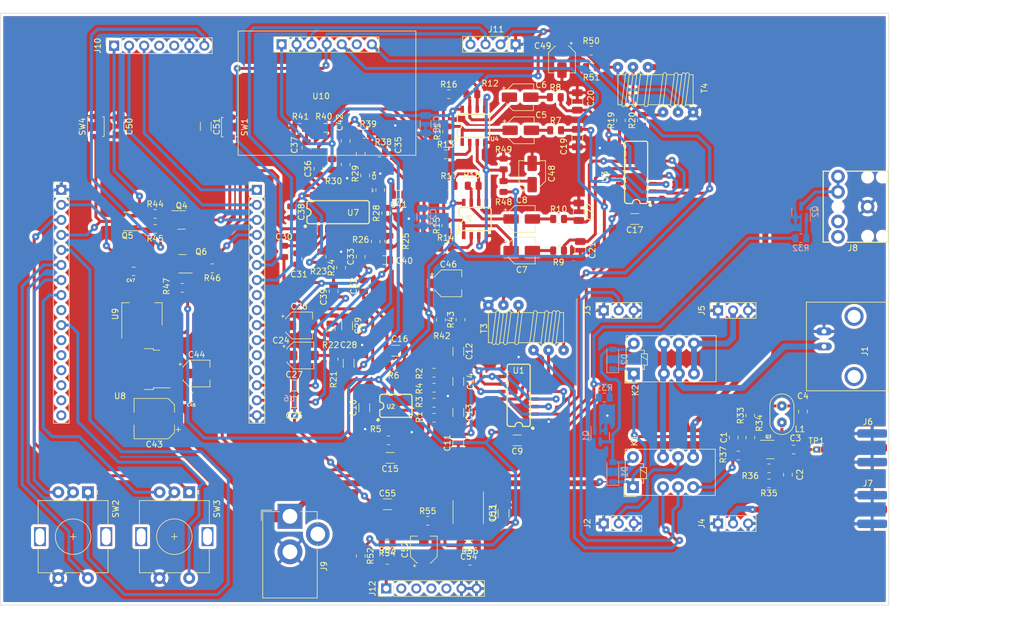
<source format=kicad_pcb>
(kicad_pcb (version 20211014) (generator pcbnew)
  (layers (0 "F.Cu" signal) (31 "B.Cu" signal) (34 "B.Paste" user) (35 "F.Paste" user) (36 "B.SilkS" user "B.Silkscreen") (37 "F.SilkS" user "F.Silkscreen") (38 "B.Mask" user) (39 "F.Mask" user) (44 "Edge.Cuts" user))
  (net 0 "")
  (net 1 "/LPF/IN-LPF")
  (net 2 "Net-(C2-Pad2)")
  (net 3 "Net-(C3-Pad2)")
  (net 4 "/LPF/OUT-LPF")
  (net 5 "RELAY-ON")
  (net 6 "Net-(Q1-Pad1)")
  (net 7 "/BPF/BPF-OUT")
  (net 8 "/BPF/BPF-IN")
  (net 9 "Net-(C5-Pad1)")
  (net 10 "/PA/PA-IN")
  (net 11 "/Audio Switch/INL2")
  (net 12 "Net-(K1-Pad10)")
  (net 13 "+5V")
  (net 14 "+12V")
  (net 15 "Net-(C15-Pad1)")
  (net 16 "/Audio Switch/INR")
  (net 17 "Net-(R3-Pad2)")
  (net 18 "Net-(R4-Pad2)")
  (net 19 "Net-(T3-PadC3A)")
  (net 20 "+2V5")
  (net 21 "Net-(T3-PadC2B)")
  (net 22 "Net-(C16-Pad1)")
  (net 23 "/Audio Switch/INL")
  (net 24 "LO-0")
  (net 25 "LO-90")
  (net 26 "Net-(C24-Pad1)")
  (net 27 "Detector-0")
  (net 28 "Net-(C5-Pad2)")
  (net 29 "Net-(C24-Pad2)")
  (net 30 "Net-(C25-Pad1)")
  (net 31 "Net-(R11-Pad1)")
  (net 32 "Encoder-0")
  (net 33 "Net-(R12-Pad1)")
  (net 34 "Encoder-180")
  (net 35 "/Audio Switch/OUTL")
  (net 36 "/Audio Switch/OUTR")
  (net 37 "Net-(R14-Pad2)")
  (net 38 "Encoder-90")
  (net 39 "Net-(R17-Pad2)")
  (net 40 "Encoder-270")
  (net 41 "Net-(C6-Pad1)")
  (net 42 "Net-(C6-Pad2)")
  (net 43 "/Audio Switch/INL1")
  (net 44 "Net-(C26-Pad1)")
  (net 45 "Net-(C26-Pad2)")
  (net 46 "Net-(C27-Pad1)")
  (net 47 "/Audio Amp/AUDIO-AMP-IN")
  (net 48 "/Audio Switch/OUTR1")
  (net 49 "/Audio Switch/OUTL2")
  (net 50 "Net-(C7-Pad1)")
  (net 51 "Net-(R19-Pad1)")
  (net 52 "Net-(R19-Pad2)")
  (net 53 "Net-(R20-Pad1)")
  (net 54 "Net-(R20-Pad2)")
  (net 55 "+3V3")
  (net 63 "DTR")
  (net 64 "RX0")
  (net 65 "T{slash}R")
  (net 66 "TX0")
  (net 69 "RTS")
  (net 71 "SDA")
  (net 72 "SCL")
  (net 73 "Net-(Q4-Pad1)")
  (net 81 "Net-(C7-Pad2)")
  (net 82 "Net-(C30-Pad2)")
  (net 83 "Net-(C31-Pad2)")
  (net 84 "Net-(C32-Pad2)")
  (net 85 "Net-(C33-Pad2)")
  (net 86 "Net-(C39-Pad2)")
  (net 87 "Net-(C34-Pad2)")
  (net 88 "Net-(C35-Pad2)")
  (net 89 "Net-(C40-Pad2)")
  (net 90 "Net-(C36-Pad2)")
  (net 91 "Net-(C37-Pad2)")
  (net 92 "Net-(C41-Pad1)")
  (net 93 "Net-(C42-Pad1)")
  (net 94 "/RF Switch/To-Det")
  (net 95 "/RF Switch/From-Enc")
  (net 96 "Detector-90")
  (net 97 "Detector-180")
  (net 98 "Detector-270")
  (net 99 "/RF Switch/Antenna")
  (net 100 "Net-(Q2-Pad1)")
  (net 103 "Net-(C1-Pad2)")
  (net 104 "Net-(C3-Pad1)")
  (net 105 "Net-(J8-PadTIP)")
  (net 106 "Net-(Q3-Pad2)")
  (net 107 "Net-(C8-Pad1)")
  (net 108 "Net-(C8-Pad2)")
  (net 109 "/Audio Switch/INR1")
  (net 110 "/Audio Switch/OUTR2")
  (net 112 "EN")
  (net 113 "Net-(Q5-Pad1)")
  (net 114 "IO0")
  (net 115 "Net-(Q6-Pad1)")
  (net 116 "GPIO21")
  (net 117 "GPIO14")
  (net 118 "GPIO13")
  (net 119 "GPIO34")
  (net 120 "GPIO15")
  (net 121 "GPIO4")
  (net 122 "GPIO12")
  (net 125 "Encoder2.5")
  (net 126 "Net-(C49-Pad1)")
  (net 127 "MICIN")
  (net 128 "Net-(C52-Pad2)")
  (net 130 "FREQUPDN")
  (net 132 "PTT")
  (net 133 "Net-(C54-Pad1)")
  (net 134 "Net-(C54-Pad2)")
  (net 135 "GND")
  (net 136 "Net-(U11-Pad5)")
  (footprint "Resistor_SMD:R_0805_2012Metric" (layer "F.Cu") (at 121.412 88.0345 90)
    (fp_text reference "R20")
    (fp_text value "50")
  )
  (footprint "Capacitor_SMD:C_1206_3216Metric" (layer "F.Cu") (at 110.49 84.834 -90)
    (fp_text reference "C20")
    (fp_text value "470nF")
  )
  (footprint "Resistor_SMD:R_0805_2012Metric" (layer "F.Cu") (at 39.2195 106.377 180)
    (fp_text reference "R45")
    (fp_text value "10k")
  )
  (footprint "Capacitor_SMD:C_1206_3216Metric" (layer "F.Cu") (at 110.49 91.028 90)
    (fp_text reference "C19")
    (fp_text value "470nF")
  )
  (footprint "Xenir:SO08" (layer "F.Cu") (at 79.861993 130.762314)
    (fp_text reference "U2")
    (fp_text value "LM4562")
  )
  (footprint "Resistor_SMD:R_0805_2012Metric" (layer "F.Cu") (at 67.31 111.1015 90)
    (fp_text reference "R23")
    (fp_text value "10k")
  )
  (footprint "Xenir:SO16" (layer "F.Cu") (at 94.84 135.243 90)
    (fp_text reference "U1")
    (fp_text value "FST3253")
  )
  (footprint "Resistor_SMD:R_0805_2012Metric" (layer "F.Cu") (at 68.834 123.2935 90)
    (fp_text reference "R22")
    (fp_text value "330")
  )
  (footprint "Resistor_SMD:R_0805_2012Metric" (layer "F.Cu") (at 92.3525 162.436)
    (fp_text reference "R56")
    (fp_text value "100k")
  )
  (footprint "Resistor_SMD:R_0805_2012Metric" (layer "F.Cu") (at 78.6125 142.103594 180)
    (fp_text reference "R5")
    (fp_text value "10k")
  )
  (footprint "Resistor_SMD:R_0805_2012Metric" (layer "F.Cu") (at 117.856 88.0345 90)
    (fp_text reference "R19")
    (fp_text value "50")
  )
  (footprint "Capacitor_SMD:CP_Elec_4x5.4" (layer "F.Cu") (at 84.582 160.55 90)
    (fp_text reference "C52")
    (fp_text value "10uF")
  )
  (footprint "Resistor_SMD:R_0805_2012Metric" (layer "F.Cu") (at 43.7915 116.332)
    (fp_text reference "R47")
    (fp_text value "10k")
  )
  (footprint "Capacitor_SMD:CP_Elec_4x5.4" (layer "F.Cu") (at 46.206 130.81)
    (fp_text reference "C44")
    (fp_text value "22uF")
  )
  (footprint "Resistor_SMD:R_0805_2012Metric" (layer "F.Cu") (at 112.8795 79.041)
    (fp_text reference "R51")
    (fp_text value "10k")
  )
  (footprint "Resistor_SMD:R_0805_2012Metric" (layer "F.Cu") (at 142.8543 146.8325 180)
    (fp_text reference "R36")
    (fp_text value "50")
  )
  (footprint "Resistor_SMD:R_0805_2012Metric" (layer "F.Cu") (at 88.25 109.521)
    (fp_text reference "R14")
    (fp_text value "10k")
  )
  (footprint "Xenir_V6:pcb-sma-edge" (layer "F.Cu") (at 160.30194 148.63064)
    (fp_text reference "J7")
    (fp_text value "FROM-PA")
  )
  (footprint "Capacitor_SMD:C_1206_3216Metric" (layer "F.Cu") (at 98.044 154.481 90)
    (fp_text reference "C53")
    (fp_text value "100nF")
  )
  (footprint "Capacitor_SMD:C_0805_2012Metric" (layer "F.Cu") (at 64.77 92.664 -90)
    (fp_text reference "C37")
    (fp_text value "1uF")
  )
  (footprint "Xenir:Audio_Jack" (layer "F.Cu") (at 157.512 111.116 180)
    (fp_text reference "J8")
    (fp_text value "Amplifier T/R")
  )
  (footprint "Resistor_SMD:R_0805_2012Metric" (layer "F.Cu") (at 86.3125 130.673594 180)
    (fp_text reference "R2")
    (fp_text value "100")
  )
  (footprint "Connector_PinSocket_2.54mm:PinSocket_1x04_P2.54mm_Vertical" (layer "F.Cu") (at 100.076 75.184 -90)
    (fp_text reference "J11")
    (fp_text value "Conn_01x04")
  )
  (footprint "Resistor_SMD:R_0805_2012Metric" (layer "F.Cu") (at 87.474 121.7205 -90)
    (fp_text reference "R42")
    (fp_text value "Resistor")
  )
  (footprint "Resistor_SMD:R_0805_2012Metric" (layer "F.Cu") (at 88.392 105.8145 90)
    (fp_text reference "R15")
    (fp_text value "10k")
  )
  (footprint "Capacitor_SMD:C_1206_3216Metric" (layer "F.Cu") (at 62.689 135.636)
    (fp_text reference "C25")
    (fp_text value "1uF")
  )
  (footprint "Capacitor_SMD:C_1206_3216Metric" (layer "F.Cu") (at 78.89 145.062314 180)
    (fp_text reference "C15")
    (fp_text value "1nF")
  )
  (footprint "Capacitor_SMD:C_1206_3216Metric" (layer "F.Cu") (at 90.4 132.148594 90)
    (fp_text reference "C14")
    (fp_text value "470nF")
  )
  (footprint "Resistor_SMD:R_0805_2012Metric" (layer "F.Cu") (at 139.7028 137.914 90)
    (fp_text reference "R33")
    (fp_text value "2.2k")
  )
  (footprint "Resistor_SMD:R_0805_2012Metric" (layer "F.Cu") (at 90.776 121.7205 90)
    (fp_text reference "R43")
    (fp_text value "Resistor")
  )
  (footprint "Relay_THT:Relay_DPDT_Omron_G6S-2" (layer "F.Cu") (at 119.8908 150.0025 90)
    (fp_text reference "K1")
    (fp_text value "G6S-2")
  )
  (footprint "Connector_PinSocket_2.54mm:PinSocket_1x07_P2.54mm_Vertical" (layer "F.Cu") (at 32.278 75.413 90)
    (fp_text reference "J10")
    (fp_text value "Conn_01x07_Female")
  )
  (footprint "Resistor_SMD:R_0805_2012Metric" (layer "F.Cu") (at 85.2405 155.702)
    (fp_text reference "R55")
    (fp_text value "1k")
  )
  (footprint "Capacitor_SMD:C_0805_2012Metric" (layer "F.Cu") (at 74.676 97.3535 -90)
    (fp_text reference "C34")
    (fp_text value "1uF")
  )
  (footprint "Resistor_SMD:R_0805_2012Metric" (layer "F.Cu") (at 98.044 99.2105 -90)
    (fp_text reference "R48")
    (fp_text value "10k")
  )
  (footprint "Capacitor_SMD:C_1206_3216Metric" (layer "F.Cu") (at 110.744 103.474 -90)
    (fp_text reference "C22")
    (fp_text value "470nF")
  )
  (footprint "Resistor_SMD:R_0805_2012Metric" (layer "F.Cu") (at 92.6865 83.613 180)
    (fp_text reference "R12")
    (fp_text value "10k")
  )
  (footprint "Resistor_SMD:R_0805_2012Metric" (layer "F.Cu") (at 137.6708 144.6685 180)
    (fp_text reference "R37")
    (fp_text value "50")
  )
  (footprint "Package_TO_SOT_SMD:SOT-23" (layer "F.Cu") (at 43.688 104.853)
    (fp_text reference "Q4")
    (fp_text value "2N3904-SMD")
  )
  (footprint "Capacitor_SMD:C_1206_3216Metric" (layer "F.Cu") (at 71.628 122.727 -90)
    (fp_text reference "C29")
    (fp_text value "1uF")
  )
  (footprint "Xenir:T50 Trifilar" (layer "F.Cu") (at 93.06 123.323594 90)
    (fp_text reference "T3")
    (fp_text value "T50_SPLITTER")
  )
  (footprint "Resistor_SMD:R_0805_2012Metric" (layer "F.Cu") (at 78.3825 159.512 180)
    (fp_text reference "R54")
    (fp_text value "10k")
  )
  (footprint "Resistor_SMD:R_0805_2012Metric" (layer "F.Cu") (at 92.919298 99.081 180)
    (fp_text reference "R18")
    (fp_text value "10k")
  )
  (footprint "Resistor_SMD:R_0805_2012Metric" (layer "F.Cu") (at 77.216 99.8135 90)
    (fp_text reference "R27")
    (fp_text value "10k")
  )
  (footprint "Resistor_SMD:R_0805_2012Metric" (layer "F.Cu") (at 107.33 110.029)
    (fp_text reference "R9")
    (fp_text value "100")
  )
  (footprint "Xenir:si5351" (layer "F.Cu") (at 83.231 72.934 180)
    (fp_text reference "U10")
    (fp_text value "si5351")
  )
  (footprint "Capacitor_SMD:C_0805_2012Metric" (layer "F.Cu") (at 66.802 96.22 -90)
    (fp_text reference "C36")
    (fp_text value "1uF")
  )
  (footprint "Resistor_SMD:R_0805_2012Metric" (layer "F.Cu") (at 71.374 95.4955 -90)
    (fp_text reference "R29")
    (fp_text value "10k")
  )
  (footprint "Resistor_SMD:R_0805_2012Metric" (layer "F.Cu") (at 88.519 89.963 90)
    (fp_text reference "R11")
    (fp_text value "10k")
  )
  (footprint "Button_Switch_SMD:SW_SPST_B3U-1000P" (layer "F.Cu") (at 29.21 89.085 -90)
    (fp_text reference "SW4")
    (fp_text value "BOOT")
  )
  (footprint "Capacitor_SMD:CP_Elec_6.3x5.4" (layer "F.Cu") (at 39.069 138.435 180)
    (fp_text reference "C43")
    (fp_text value "100uF")
  )
  (footprint "Resistor_SMD:R_0805_2012Metric" (layer "F.Cu") (at 88.2415 93.773)
    (fp_text reference "R13")
    (fp_text value "10k")
  )
  (footprint "Xenir:BN-43-2402" (layer "F.Cu") (at 145.0368 143.0175 180)
    (fp_text reference "L1")
    (fp_text value "BN43-2402 6T")
  )
  (footprint "Capacitor_SMD:C_1206_3216Metric" (layer "F.Cu") (at 62.689 132.842)
    (fp_text reference "C27")
    (fp_text value "1uF")
  )
  (footprint "Resistor_SMD:R_0805_2012Metric" (layer "F.Cu") (at 79.474564 129.493594 180)
    (fp_text reference "R6")
    (fp_text value "10k")
  )
  (footprint "Resistor_SMD:R_0805_2012Metric" (layer "F.Cu") (at 78.4145 162.306)
    (fp_text reference "R53")
    (fp_text value "10k")
  )
  (footprint "Resistor_SMD:R_0805_2012Metric" (layer "F.Cu") (at 78.74 108.458 90)
    (fp_text reference "R25")
    (fp_text value "10k")
  )
  (footprint "Capacitor_SMD:C_0805_2012Metric" (layer "F.Cu") (at 73.914 93.68 -90)
    (fp_text reference "C35")
    (fp_text value "1uF")
  )
  (footprint "Capacitor_SMD:C_1206_3216Metric" (layer "F.Cu") (at 120.191 104.695 180)
    (fp_text reference "C17")
    (fp_text value ".1uF")
  )
  (footprint "Xenir:BarrelJack_Horizontal" (layer "F.Cu") (at 61.976 154.94)
    (fp_text reference "J9")
    (fp_text value "Barrel_Jack_Switch")
  )
  (footprint "Capacitor_SMD:C_1206_3216Metric" (layer "F.Cu") (at 92.153 159.896 180)
    (fp_text reference "C54")
    (fp_text value "330pF")
  )
  (footprint "Capacitor_SMD:C_1206_3216Metric" (layer "F.Cu") (at 79.833759 126.953594 180)
    (fp_text reference "C16")
    (fp_text value "1nF")
  )
  (footprint "Connector_PinSocket_2.54mm:PinSocket_1x03_P2.54mm_Vertical" (layer "F.Cu") (at 134.2573 156.152 90)
    (fp_text reference "J4")
    (fp_text value "IN-LPF")
  )
  (footprint "Connector_PinSocket_2.54mm:PinSocket_1x03_P2.54mm_Vertical" (layer "F.Cu") (at 114.9533 156.152 90)
    (fp_text reference "J2")
    (fp_text value "IN-BPF")
  )
  (footprint "Xenir:SO08" (layer "F.Cu") (at 93.219298 99.201)
    (fp_text reference "U5")
    (fp_text value "LM4562")
  )
  (footprint "Capacitor_SMD:C_1206_3216Metric" (layer "F.Cu") (at 90.4 127.068594 -90)
    (fp_text reference "C12")
    (fp_text value "470nF")
  )
  (footprint "Capacitor_SMD:C_1206_3216Metric" (layer "F.Cu") (at 71.882 129.081 -90)
    (fp_text reference "C28")
    (fp_text value "1uF")
  )
  (footprint "Capacitor_SMD:CP_Elec_4x4.5" (layer "F.Cu") (at 63.522 122.682)
    (fp_text reference "C26")
    (fp_text value "22uF")
  )
  (footprint "Capacitor_SMD:C_1206_3216Metric" (layer "F.Cu") (at 74.525 136.593594 90)
    (fp_text reference "C10")
    (fp_text value ".1uF")
  )
  (footprint "Capacitor_SMD:C_0805_2012Metric" (layer "F.Cu") (at 62.23 103.52 -90)
    (fp_text reference "C38")
    (fp_text value ".1uF")
  )
  (footprint "Resistor_SMD:R_0805_2012Metric" (layer "F.Cu") (at 86.3125 133.213594 180)
    (fp_text reference "R4")
    (fp_text value "100")
  )
  (footprint "Capacitor_SMD:C_1206_3216Metric" (layer "F.Cu") (at 90.4 137.377342 -90)
    (fp_text reference "C13")
    (fp_text value "470nF")
  )
  (footprint "Capacitor_SMD:C_0805_2012Metric" (layer "F.Cu") (at 60.96 110.17 90)
    (fp_text reference "C30")
    (fp_text value "1uF")
  )
  (footprint "Resistor_SMD:R_0805_2012Metric" (layer "F.Cu") (at 76.454 108.4965 90)
    (fp_text reference "R26")
    (fp_text value "10k")
  )
  (footprint "TestPoint:TestPoint_THTPad_1.0x1.0mm_Drill0.5mm" (layer "F.Cu") (at 150.8788 143.6525)
    (fp_text reference "TP1")
    (fp_text value "TestPoint")
  )
  (footprint "Resistor_SMD:R_0805_2012Metric" (layer "F.Cu") (at 106.8305 89.709)
    (fp_text reference "R7")
    (fp_text value "100")
  )
  (footprint "Capacitor_SMD:C_0805_2012Metric" (layer "F.Cu") (at 147.0028 143.6525)
    (fp_text reference "C3")
    (fp_text value ".1uF")
  )
  (footprint "Resistor_SMD:R_0805_2012Metric" (layer "F.Cu") (at 106.7835 84.121)
    (fp_text reference "R8")
    (fp_text value "100")
  )
  (footprint "Xenir_V6:pcb-sma-edge" (layer "F.Cu") (at 160.30194 138.21664)
    (fp_text reference "J6")
    (fp_text value "TO-PA")
  )
  (footprint "Package_TO_SOT_SMD:SOT-23" (layer "F.Cu") (at 43.8165 112.268 180)
    (fp_text reference "Q6")
    (fp_text value "AO3400A")
  )
  (footprint "Capacitor_SMD:C_1206_3216Metric" (layer "F.Cu") (at 47.752 89.056 -90)
    (fp_text reference "C51")
    (fp_text value "1uF")
  )
  (footprint "Resistor_SMD:R_0805_2012Metric" (layer "F.Cu") (at 48.8715 113.03 180)
    (fp_text reference "R46")
    (fp_text value "1k")
  )
  (footprint "Capacitor_SMD:CP_Elec_4x4.5" (layer "F.Cu") (at 102.87 97.097 90)
    (fp_text reference "C48")
    (fp_text value "10uF")
  )
  (footprint "Rotary_Encoder:RotaryEncoder_Alps_EC11E-Switch_Vertical_H20mm" (layer "F.Cu") (at 44.958 150.876 -90)
    (fp_text reference "SW3")
    (fp_text value "Menu")
  )
  (footprint "Button_Switch_SMD:SW_SPST_B3U-1000P" (layer "F.Cu") (at 51.816 89.183 -90)
    (fp_text reference "SW1")
    (fp_text value "RST")
  )
  (footprint "Resistor_SMD:R_0805_2012Metric" (layer "F.Cu") (at 112.8325 76.247)
    (fp_text reference "R50")
    (fp_text value "10k")
  )
  (footprint "Xenir:SO16" (layer "F.Cu") (at 69.355298 97.8)
    (fp_text reference "U7")
    (fp_text value "FST3257")
  )
  (footprint "Package_TO_SOT_SMD:TO-252-3_TabPin2" (layer "F.Cu") (at 36.44 130.054 180)
    (fp_text reference "U8")
    (fp_text value "L7805")
  )
  (footprint "Capacitor_SMD:CP_Elec_4x4.5" (layer "F.Cu") (at 107.903 77.749 -90)
    (fp_text reference "C49")
    (fp_text value "10uF")
  )
  (footprint "Resistor_SMD:R_0805_2012Metric" (layer "F.Cu") (at 39.2195 103.837)
    (fp_text reference "R44")
    (fp_text value "10k")
  )
  (footprint "Capacitor_SMD:C_0805_2012Metric" (layer "F.Cu") (at 80.33 100.584 180)
    (fp_text reference "C41")
    (fp_text value "1uF")
  )
  (footprint "Resistor_SMD:R_0805_2012Metric" (layer "F.Cu") (at 77.1125 93.492)
    (fp_text reference "R38")
    (fp_text value "47k")
  )
  (footprint "Connector_PinHeader_2.54mm:PinHeader_1x07_P2.54mm_Vertical" (layer "F.Cu") (at 78.232 167.132 90)
    (fp_text reference "J12")
    (fp_text value "Conn_01x07_Female")
  )
  (footprint "Connector_PinSocket_2.54mm:PinSocket_1x03_P2.54mm_Vertical" (layer "F.Cu") (at 114.9533 120.152 90)
    (fp_text reference "J3")
    (fp_text value "OUT-BPF")
  )
  (footprint "Capacitor_SMD:C_1206_3216Metric" (layer "F.Cu") (at 100.355 142.103594 180)
    (fp_text reference "C9")
    (fp_text value ".1uF")
  )
  (footprint "Capacitor_SMD:CP_Elec_4x4.5" (layer "F.Cu") (at 100.952 89.709)
    (fp_text reference "C5")
    (fp_text value "10uF")
  )
  (footprint "Capacitor_SMD:C_0805_2012Metric" (layer "F.Cu") (at 71.374 91.516 90)
    (fp_text reference "C42")
    (fp_text value "1uF")
  )
  (footprint "Xenir:SO08" (layer "F.Cu") (at 92.964 83.453)
    (fp_text reference "U4")
    (fp_text value "LM4562")
  )
  (footprint "Package_TO_SOT_SMD:SOT-23" (layer "F.Cu") (at 143.0833 143.6525)
    (fp_text reference "Q3")
    (fp_text value "2N2222")
  )
  (footprint "Connector_PinSocket_2.54mm:PinSocket_1x03_P2.54mm_Vertical" (layer "F.Cu") (at 134.2573 120.152 90)
    (fp_text reference "J5")
    (fp_text value "OUT-LPF")
  )
  (footprint "Relay_THT:Relay_DPDT_Omron_G6S-2" (layer "F.Cu") (at 120.0333 130.82 90)
    (fp_text reference "K2")
    (fp_text value "G6S-2")
  )
  (footprint "Capacitor_SMD:C_0805_2012Metric" (layer "F.Cu") (at 73.914 111.074 90)
    (fp_text reference "C33")
    (fp_text value "1uF")
  )
  (footprint "Xenir:Capacitor 0805" (layer "F.Cu") (at 45.3435 132.238)
    (fp_text reference "C45")
    (fp_text value ".1uF")
  )
  (footprint "Capacitor_SMD:C_0805_2012Metric" (layer "F.Cu") (at 148.5928 137.2365 90)
    (fp_text reference "C4")
    (fp_text value ".1uF")
  )
  (footprint "Resistor_SMD:R_0805_2012Metric" (layer "F.Cu") (at 69.342 128.3735 -90)
    (fp_text reference "R21")
    (fp_text value "330")
  )
  (footprint "Resistor_SMD:R_0805_2012Metric" (layer "F.Cu") (at 107.3385 104.695)
    (fp_text reference "R10")
    (fp_text value "100")
  )
  (footprint "Resistor_SMD:R_0805_2012Metric" (layer "F.Cu") (at 74.5725 90.312)
    (fp_text reference "R39")
    (fp_text value "47k")
  )
  (footprint "Capacitor_SMD:C_1206_3216Metric" (layer "F.Cu") (at 78.437 152.908)
    (fp_text reference "C55")
    (fp_text value "100nF")
  )
  (footprint "Xenir:T50 Trifilar" (layer "F.Cu") (at 132.468 82.581 -90)
    (fp_text reference "T4")
    (fp_text value "T50_COMBINER")
  )
  (footprint "Capacitor_SMD:C_1206_3216Metric" (layer "F.Cu") (at 90.4 142.533594 90)
    (fp_text reference "C11")
    (fp_text value "470nF")
  )
  (footprint "Package_TO_SOT_SMD:SOT-223-3_TabPin2" (layer "F.Cu") (at 36.983 120.757 90)
    (fp_text reference "U9")
    (fp_text value "AMS1117CD-3.3")
  )
  (footprint "Capacitor_SMD:C_1206_3216Metric" (layer "F.Cu") (at 110.998 109.98 90)
    (fp_text reference "C21")
    (fp_text value "470nF")
  )
  (footprint "Xenir:BNC" (layer "F.Cu") (at 156.046 126.338 -90)
    (fp_text reference "J1")
    (fp_text value "BNC")
  )
  (footprint "xenir:SOIC8" (layer "F.Cu") (at 96.825 154.243 -90)
    (fp_text reference "U11")
    (fp_text value "LM358")
  )
  (footprint "Capacitor_SMD:CP_Elec_4x5.4" (layer "F.Cu") (at 88.722 115.57)
    (fp_text reference "C46")
    (fp_text value "22uF")
  )
  (footprint "Resistor_SMD:R_0805_2012Metric" (layer "F.Cu") (at 78.232 103.7355 90)
    (fp_text reference "R28")
    (fp_text value "10k")
  )
  (footprint "Capacitor_SMD:CP_Elec_4x4.5" (layer "F.Cu") (at 101.114 110.029)
    (fp_text reference "C7")
    (fp_text value "10uF")
  )
  (footprint "Capacitor_SMD:C_0805_2012Metric" (layer "F.Cu") (at 136.9088 141.6205 90)
    (fp_text reference "C1")
    (fp_text value ".1uF")
  )
  (footprint "Resistor_SMD:R_0805_2012Metric" (layer "F.Cu") (at 69.088 95.4955 -90)
    (fp_text reference "R30")
    (fp_text value "10k")
  )
  (footprint "Resistor_SMD:R_0805_2012Metric" (layer "F.Cu") (at 86.3125 135.753594 180)
    (fp_text reference "R3")
    (fp_text value "100")
  )
  (footprint "Capacitor_SMD:C_0805_2012Metric" (layer "F.Cu") (at 63.246 111.44 90)
    (fp_text reference "C31")
    (fp_text value "1uF")
  )
  (footprint "Resistor_SMD:R_0805_2012Metric" (layer "F.Cu") (at 67.9215 89.296 180)
    (fp_text reference "R40")
    (fp_text value "47k")
  )
  (footprint "Xenir:SO16" (layer "F.Cu") (at 114.676 97.569702 90)
    (fp_text reference "U3")
    (fp_text value "FST3253")
  )
  (footprint "Capacitor_SMD:C_0805_2012Metric" (layer "F.Cu") (at 77.912 111.648 180)
    (fp_text reference "C40")
    (fp_text value "1uF")
  )
  (footprint "Resistor_SMD:R_0805_2012Metric" (layer "F.Cu") (at 86.3125 138.293594 180)
    (fp_text reference "R1")
    (fp_text value "100")
  )
  (footprint "Resistor_SMD:R_0805_2012Metric" (layer "F.Cu") (at 70.612 112.9265 90)
    (fp_text reference "R24")
    (fp_text value "10k")
  )
  (footprint "Capacitor_SMD:C_1206_3216Metric" (layer "F.Cu") (at 33.02 89.056 -90)
    (fp_text reference "C50")
    (fp_text value "1uF")
  )
  (footprint "Capacitor_SMD:CP_Elec_4x4.5" (layer "F.Cu") (at 63.732 127.762)
    (fp_text reference "C24")
    (fp_text value "22uF")
  )
  (footprint "Capacitor_SMD:C_0805_2012Metric" (layer "F.Cu") (at 74.422 116.012 90)
    (fp_text reference "C32")
    (fp_text value "1uF")
  )
  (footprint "Resistor_SMD:R_0805_2012Metric" (layer "F.Cu") (at 73.914 161.6475 -90)
    (fp_text reference "R52")
    (fp_text value "5.1k")
  )
  (footprint "Resistor_SMD:R_0805_2012Metric" (layer "F.Cu") (at 63.6035 89.296 180)
    (fp_text reference "R41")
    (fp_text value "47k")
  )
  (footprint "Resistor_SMD:R_0805_2012Metric" (layer "F.Cu") (at 98.044 95.4005 -90)
    (fp_text reference "R49")
    (fp_text value "10k")
  )
  (footprint "Capacitor_SMD:C_0805_2012Metric" (layer "F.Cu") (at 69.342 116.906 90)
    (fp_text reference "C39")
    (fp_text value "1uF")
  )
  (footprint "Resistor_SMD:R_0805_2012Metric" (layer "F.Cu") (at 142.8543 149.3725 180)
    (fp_text reference "R35")
    (fp_text value "56")
  )
  (footprint "Package_TO_SOT_SMD:SOT-23" (layer "F.Cu") (at 34.544 105.107 180)
    (fp_text reference "Q5")
    (fp_text value "2N3904-SMD")
  )
  (footprint "Resistor_SMD:R_0805_2012Metric" (layer "F.Cu") (at 88.7965 83.613)
    (fp_text reference "R16")
    (fp_text value "10k")
  )
  (footprint "Capacitor_SMD:C_0805_2012Metric" (layer "F.Cu") (at 146.0528 147.9045 90)
    (fp_text reference "C2")
    (fp_text value "10nF")
  )
  (footprint "Capacitor_SMD:CP_Elec_4x4.5" (layer "F.Cu") (at 101.114 104.695)
    (fp_text reference "C8")
    (fp_text value "10uF")
  )
  (footprint "Xenir:Capacitor 0805" (layer "F.Cu") (at 35.5855 116.083 180)
    (fp_text reference "C47")
    (fp_text value ".1uF")
  )
  (footprint "Capacitor_SMD:CP_Elec_4x4.5" (layer "F.Cu") (at 100.838 84.121)
    (fp_text reference "C6")
    (fp_text value "10uF")
  )
  (footprint "Rotary_Encoder:RotaryEncoder_Alps_EC11E-Switch_Vertical_H20mm" (layer "F.Cu") (at 27.86 150.876 -90)
    (fp_text reference "SW2")
    (fp_text value "Frequency")
  )
  (footprint "Resistor_SMD:R_0805_2012Metric" (layer "F.Cu") (at 139.7028 141.6205 90)
    (fp_text reference "R34")
    (fp_text value "475")
  )
  (footprint "Resistor_SMD:R_0805_2012Metric" (layer "F.Cu") (at 88.8455 99.081)
    (fp_text reference "R17")
    (fp_text value "10k")
  )
  (footprint "xenir_v6:esp32-a1s-header" (layer "F.Cu") (at 39.388 95.633)
    (fp_text reference "U6")
    (fp_text value "ESP32-A1S")
  )
  (footprint "Package_TO_SOT_SMD:SOT-23" (layer "B.Cu") (at 114.366 141.3995 -90)
    (fp_text reference "Q1")
    (fp_text value "AO3400A")
  )
  (footprint "Resistor_SMD:R_0805_2012Metric" (layer "B.Cu") (at 115.0568 134.874 180)
    (fp_text reference "R31")
    (fp_text value "1k")
  )
  (footprint "Package_TO_SOT_SMD:SOT-23" (layer "B.Cu") (at 148.27 103.4565 90)
    (fp_text reference "Q2")
    (fp_text value "AO3400A")
  )
  (footprint "Diode_SMD:D_SOD-123" (layer "B.Cu") (at 116.4773 128.398 90)
    (fp_text reference "D2")
    (fp_text value "1N4148W")
  )
  (footprint "Capacitor_SMD:C_1206_3216Metric" (layer "B.Cu") (at 84.874 88.693 90)
    (fp_text reference "C18")
    (fp_text value ".1uF")
  )
  (footprint "Capacitor_SMD:C_1206_3216Metric" (layer "B.Cu") (at 84.329298 104.366 90)
    (fp_text reference "C23")
    (fp_text value ".1uF")
  )
  (footprint "Resistor_SMD:R_0805_2012Metric" (layer "B.Cu") (at 148.2325 107.95)
    (fp_text reference "R32")
    (fp_text value "1k")
  )
  (footprint "Diode_SMD:D_SOD-123" (layer "B.Cu") (at 116.4773 147.448 90)
    (fp_text reference "D1")
    (fp_text value "1N4148W")
  )
  (gr_rect (start 13.068 69.926) (end 163.068 169.926) (layer "Edge.Cuts") (width 0.1) (fill none))
  (segment (start 160.29178 153.78938) (end 140.08862 153.78938) (width 1) (layer "F.Cu") (net 1))
  (segment (start 140.08862 153.78938) (end 139.67968 153.78938) (width 1) (layer "F.Cu") (net 1))
  (via (at 140.08862 153.78938) (size 1.2) (drill 0.4) (layers "F.Cu" "B.Cu") (net 1))
  (segment (start 136.7973 154.5407) (end 137.414 153.924) (width 1) (layer "B.Cu") (net 1))
  (segment (start 137.668 153.67) (end 139.954 153.67) (width 1) (layer "B.Cu") (net 1))
  (segment (start 136.7973 154.686) (end 136.7973 156.152) (width 1) (layer "B.Cu") (net 1))
  (segment (start 137.414 153.924) (end 137.668 153.67) (width 1) (layer "B.Cu") (net 1))
  (segment (start 136.7973 154.686) (end 136.7973 154.5407) (width 1) (layer "B.Cu") (net 1))
  (segment (start 143.7668 146.8325) (end 145.7988 146.8325) (width 0.5) (layer "F.Cu") (net 2))
  (segment (start 150.8788 143.6525) (end 156.71266 143.6525) (width 1) (layer "F.Cu") (net 3))
  (segment (start 160.29178 143.37538) (end 156.98978 143.37538) (width 1) (layer "F.Cu") (net 3))
  (segment (start 156.71266 143.6525) (end 156.98978 143.37538) (width 1) (layer "F.Cu") (net 3))
  (segment (start 147.9528 143.6525) (end 150.8788 143.6525) (width 0.5) (layer "F.Cu") (net 3))
  (segment (start 130.1933 130.82) (end 130.1933 125.74) (width 1) (layer "B.Cu") (net 4))
  (segment (start 130.1933 125.74) (end 135.7813 125.74) (width 1) (layer "B.Cu") (net 4))
  (segment (start 136.7973 124.724) (end 136.7973 120.152) (width 1) (layer "B.Cu") (net 4))
  (segment (start 135.7813 125.74) (end 136.7973 124.724) (width 1) (layer "B.Cu") (net 4))
  (segment (start 114.554 130.556) (end 115.824 131.826) (width 0.5) (layer "B.Cu") (net 5))
  (segment (start 116.235 142.337) (end 116.4773 142.0947) (width 0.5) (layer "B.Cu") (net 5))
  (segment (start 119.0253 126.748) (end 120.0333 125.74) (width 0.5) (layer "B.Cu") (net 5))
  (segment (start 116.4773 126.748) (end 119.0253 126.748) (width 0.5) (layer "B.Cu") (net 5))
  (segment (start 116.4773 145.798) (end 119.0153 145.798) (width 0.5) (layer "B.Cu") (net 5))
  (segment (start 114.366 142.337) (end 116.235 142.337) (width 0.5) (layer "B.Cu") (net 5))
  (segment (start 116.4773 142.0947) (end 116.4773 145.798) (width 0.5) (layer "B.Cu") (net 5))
  (segment (start 117.602 132.334) (end 117.602 140.0083) (width 0.5) (layer "B.Cu") (net 5))
  (segment (start 115.824 131.826) (end 117.094 131.826) (width 0.5) (layer "B.Cu") (net 5))
  (segment (start 117.094 131.826) (end 117.602 132.334) (width 0.5) (layer "B.Cu") (net 5))
  (segment (start 114.554 127.762) (end 114.554 130.556) (width 0.5) (layer "B.Cu") (net 5))
  (segment (start 116.4773 126.748) (end 115.568 126.748) (width 0.5) (layer "B.Cu") (net 5))
  (segment (start 119.0153 145.798) (end 119.8908 144.9225) (width 0.5) (layer "B.Cu") (net 5))
  (segment (start 116.4773 141.133) (end 116.4773 142.0947) (width 0.5) (layer "B.Cu") (net 5))
  (segment (start 117.602 140.0083) (end 116.4773 141.133) (width 0.5) (layer "B.Cu") (net 5))
  (segment (start 115.568 126.748) (end 114.554 127.762) (width 0.5) (layer "B.Cu") (net 5))
  (segment (start 114.1913 134.921) (end 114.1443 134.874) (width 0.5) (layer "B.Cu") (net 6))
  (segment (start 113.416 140.462) (end 113.416 135.6023) (width 0.5) (layer "B.Cu") (net 6))
  (segment (start 113.416 135.6023) (end 114.1443 134.874) (width 0.5) (layer "B.Cu") (net 6))
  (segment (start 116.4773 117.104) (end 117.4933 118.12) (width 0.5) (layer "B.Cu") (net 7))
  (segment (start 111.1433 157.998) (end 111.1433 118.374) (width 0.5) (layer "B.Cu") (net 7))
  (segment (start 117.4933 118.12) (end 117.4933 120.152) (width 0.5) (layer "B.Cu") (net 7))
  (segment (start 112.4133 117.104) (end 116.4773 117.104) (width 0.5) (layer "B.Cu") (net 7))
  (segment (start 125.8753 159.014) (end 112.1593 159.014) (width 0.5) (layer "B.Cu") (net 7))
  (segment (start 126.6373 153.934) (end 126.6373 158.252) (width 0.5) (layer "B.Cu") (net 7))
  (segment (start 112.1593 159.014) (end 111.1433 157.998) (width 0.5) (layer "B.Cu") (net 7))
  (segment (start 111.1433 118.374) (end 112.4133 117.104) (width 0.5) (layer "B.Cu") (net 7))
  (segment (start 126.6373 158.252) (end 125.8753 159.014) (width 0.5) (layer "B.Cu") (net 7))
  (segment (start 127.5108 153.0605) (end 126.6373 153.934) (width 0.5) (layer "B.Cu") (net 7))
  (segment (start 127.5108 150.0025) (end 127.5108 153.0605) (width 0.5) (layer "B.Cu") (net 7))
  (segment (start 117.4933 156.152) (end 117.4933 154.696) (width 0.5) (layer "B.Cu") (net 8))
  (segment (start 127.5108 146.4565) (end 127.5108 144.9225) (width 0.5) (layer "B.Cu") (net 8))
  (segment (start 122.3193 151.902) (end 122.3193 148.092) (width 0.5) (layer "B.Cu") (net 8))
  (segment (start 122.3193 148.092) (end 123.3353 147.076) (width 0.5) (layer "B.Cu") (net 8))
  (segment (start 117.4933 154.696) (end 118.7633 153.426) (width 0.5) (layer "B.Cu") (net 8))
  (segment (start 120.7953 153.426) (end 122.3193 151.902) (width 0.5) (layer "B.Cu") (net 8))
  (segment (start 118.7633 153.426) (end 120.7953 153.426) (width 0.5) (layer "B.Cu") (net 8))
  (segment (start 123.3353 147.076) (end 126.8913 147.076) (width 0.5) (layer "B.Cu") (net 8))
  (segment (start 126.8913 147.076) (end 127.5108 146.4565) (width 0.5) (layer "B.Cu") (net 8))
  (segment (start 91.059 89.328) (end 91.059 91.753) (width 0.5) (layer "F.Cu") (net 9))
  (segment (start 90.7815 89.0505) (end 91.059 89.328) (width 0.5) (layer "F.Cu") (net 9))
  (segment (start 91.44 89.709) (end 99.152 89.709) (width 0.5) (layer "F.Cu") (net 9))
  (segment (start 88.519 89.0505) (end 90.7815 89.0505) (width 0.5) (layer "F.Cu") (net 9))
  (segment (start 87.884 84.248) (end 87.884 88.4155) (width 0.5) (layer "F.Cu") (net 9))
  (segment (start 90.7815 89.0505) (end 91.44 89.709) (width 0.5) (layer "F.Cu") (net 9))
  (segment (start 87.884 88.4155) (end 88.519 89.0505) (width 0.5) (layer "F.Cu") (net 9))
  (segment (start 136.7583 144.6685) (end 136.7583 146.597) (width 0.5) (layer "F.Cu") (net 10))
  (segment (start 136.7583 146.597) (end 136.6548 146.7005) (width 0.5) (layer "F.Cu") (net 10))
  (segment (start 136.7583 142.721) (end 136.9088 142.5705) (width 0.5) (layer "F.Cu") (net 10))
  (segment (start 136.7583 144.6685) (end 136.7583 142.721) (width 0.5) (layer "F.Cu") (net 10))
  (via (at 136.6548 146.7005) (size 1.2) (drill 0.4) (layers "F.Cu" "B.Cu") (net 10))
  (segment (start 133.3528 150.0025) (end 136.6548 146.7005) (width 0.5) (layer "B.Cu") (net 10))
  (segment (start 130.0508 150.0025) (end 133.3528 150.0025) (width 0.5) (layer "B.Cu") (net 10))
  (segment (start 76.962 152.908) (end 75.946 152.908) (width 0.5) (layer "F.Cu") (net 11))
  (segment (start 73.924 112.024) (end 75.311 113.411) (width 0.5) (layer "F.Cu") (net 11))
  (segment (start 75.311 113.411) (end 75.438 113.538) (width 0.5) (layer "F.Cu") (net 11))
  (segment (start 65.278 115.438) (end 67.178 115.438) (width 0.5) (layer "F.Cu") (net 11))
  (segment (start 67.178 115.438) (end 67.31 115.57) (width 0.5) (layer "F.Cu") (net 11))
  (segment (start 62.738 137.922) (end 62.738 139.7) (width 0.5) (layer "F.Cu") (net 11))
  (segment (start 75.946 152.908) (end 74.549 151.511) (width 0.5) (layer "F.Cu") (net 11))
  (segment (start 63.246 113.406) (end 65.278 115.438) (width 0.5) (layer "F.Cu") (net 11))
  (segment (start 62.738 139.7) (end 68.834 145.796) (width 0.5) (layer "F.Cu") (net 11))
  (segment (start 73.914 112.024) (end 73.924 112.024) (width 0.5) (layer "F.Cu") (net 11))
  (segment (start 63.246 112.39) (end 63.246 113.406) (width 0.5) (layer "F.Cu") (net 11))
  (via (at 74.549 151.511) (size 1.2) (drill 0.4) (layers "F.Cu" "B.Cu") (net 11))
  (via (at 75.311 113.411) (size 1.2) (drill 0.4) (layers "F.Cu" "B.Cu") (net 11))
  (via (at 62.738 137.922) (size 1.2) (drill 0.4) (layers "F.Cu" "B.Cu") (net 11))
  (via (at 68.834 145.796) (size 1.2) (drill 0.4) (layers "F.Cu" "B.Cu") (net 11))
  (via (at 67.31 115.57) (size 1.2) (drill 0.4) (layers "F.Cu" "B.Cu") (net 11))
  (segment (start 68.834 145.796) (end 74.549 151.511) (width 0.5) (layer "B.Cu") (net 11))
  (segment (start 62.738 137.414) (end 62.738 137.922) (width 0.5) (layer "B.Cu") (net 11))
  (segment (start 62.738 120.142) (end 62.738 137.414) (width 0.5) (layer "B.Cu") (net 11))
  (segment (start 74.549 151.511) (end 74.676 151.638) (width 0.5) (layer "B.Cu") (net 11))
  (segment (start 67.31 115.57) (end 62.738 120.142) (width 0.5) (layer "B.Cu") (net 11))
  (segment (start 73.152 115.57) (end 67.31 115.57) (width 0.5) (layer "B.Cu") (net 11))
  (segment (start 75.311 113.411) (end 73.152 115.57) (width 0.5) (layer "B.Cu") (net 11))
  (segment (start 125.1133 144.78) (end 124.9708 144.9225) (width 1) (layer "F.Cu") (net 12))
  (segment (start 124.9708 144.9225) (end 124.9708 130.9625) (width 1) (layer "B.Cu") (net 12))
  (segment (start 124.9708 130.9625) (end 125.1133 130.82) (width 1) (layer "B.Cu") (net 12))
  (segment (start 125.1133 130.82) (end 125.1133 125.74) (width 1) (layer "B.Cu") (net 12))
  (segment (start 75.438 158.75) (end 75.438 159.211) (width 0.5) (layer "F.Cu") (net 13))
  (segment (start 44.704 119.888) (end 44.704 116.332) (width 0.5) (layer "F.Cu") (net 13))
  (segment (start 87.474 122.633) (end 85.4175 120.5765) (width 0.5) (layer "F.Cu") (net 13))
  (segment (start 44.406 130.81) (end 44.406 134.778) (width 1) (layer "F.Cu") (net 13))
  (segment (start 104.902 72.898) (end 112.014 72.898) (width 0.5) (layer "F.Cu") (net 13))
  (segment (start 78.232 104.648) (end 80.264 106.68) (width 0.5) (layer "F.Cu") (net 13))
  (segment (start 75.931 160.735) (end 77.502 162.306) (width 0.5) (layer "F.Cu") (net 13))
  (segment (start 89.535 102.028) (end 91.187298 102.028) (width 0.5) (layer "F.Cu") (net 13))
  (segment (start 65.660298 100.75) (end 64.05 100.75) (width 0.5) (layer "F.Cu") (net 13))
  (segment (start 98.044 155.956) (end 100.076 155.956) (width 0.5) (layer "F.Cu") (net 13))
  (segment (start 44.914 130.302) (end 44.406 130.81) (width 0.5) (layer "F.Cu") (net 13))
  (segment (start 100.029 100.123) (end 100.076 100.076) (width 0.5) (layer "F.Cu") (net 13))
  (segment (start 44.704 123.444) (end 44.704 119.888) (width 0.5) (layer "F.Cu") (net 13))
  (segment (start 39.283 123.907) (end 39.283 126.417) (width 1) (layer "F.Cu") (net 13))
  (segment (start 74.525 135.118594) (end 76.18128 133.462314) (width 0.5) (layer "F.Cu") (net 13))
  (segment (start 98.02 142.103594) (end 98.88 142.103594) (width 0.5) (layer "F.Cu") (net 13))
  (segment (start 97.79 141.873594) (end 98.02 142.103594) (width 0.5) (layer "F.Cu") (net 13))
  (segment (start 97.79 138.938) (end 97.79 140.716) (width 0.5) (layer "F.Cu") (net 13))
  (segment (start 76.18128 133.462314) (end 77.956993 133.462314) (width 0.5) (layer "F.Cu") (net 13))
  (segment (start 77.956993 132.820993) (end 76.962 131.826) (width 0.5) (layer "F.Cu") (net 13))
  (segment (start 104.775 73.025) (end 104.902 72.898) (width 0.5) (layer "F.Cu") (net 13))
  (segment (start 117.375 103.605) (end 116.332 104.648) (width 0.5) (layer "F.Cu") (net 13))
  (segment (start 65.278 112.014) (end 67.31 112.014) (width 0.5) (layer "F.Cu") (net 13))
  (segment (start 77.956993 133.462314) (end 77.956993 132.820993) (width 0.5) (layer "F.Cu") (net 13))
  (segment (start 79.6255 109.3705) (end 80.264 108.732) (width 0.5) (layer "F.Cu") (net 13))
  (segment (start 80.264 115.423) (end 80.264 108.732) (width 0.5) (layer "F.Cu") (net 13))
  (segment (start 113.792 74.676) (end 113.792 76.2) (width 0.5) (layer "F.Cu") (net 13))
  (segment (start 89.4715 86.4705) (end 89.789 86.153) (width 0.5) (layer "F.Cu") (net 13))
  (segment (start 97.282 156.718) (end 98.044 155.956) (width 0.5) (layer "F.Cu") (net 13))
  (segment (start 113.792 76.2) (end 113.745 76.247) (width 0.5) (layer "F.Cu") (net 13))
  (segment (start 44.241 123.907) (end 44.704 123.444) (width 0.5) (layer "F.Cu") (net 13))
  (segment (start 117.626 103.605) (end 118.716 104.695) (width 0.5) (layer "F.Cu") (net 13))
  (segment (start 64.05 100.75) (end 63.975 100.825) (width 0.5) (layer "F.Cu") (net 13))
  (segment (start 93.98 156.718) (end 97.282 156.718) (width 0.5) (layer "F.Cu") (net 13))
  (segment (start 117.626 103.605) (end 117.375 103.605) (width 0.5) (layer "F.Cu") (net 13))
  (segment (start 39.283 126.417) (end 40.64 127.774) (width 1) (layer "F.Cu") (net 13))
  (segment (start 73.914 160.735) (end 75.931 160.735) (width 0.5) (layer "F.Cu") (net 13))
  (segment (start 98.044 100.123) (end 100.029 100.123) (width 0.5) (layer "F.Cu") (net 13))
  (segment (start 63.975 100.825) (end 62.23 102.57) (width 0.5) (layer "F.Cu") (net 13))
  (segment (start 44.406 129.242) (end 44.406 130.81) (width 1) (layer "F.Cu") (net 13))
  (segment (start 39.283 123.907) (end 44.241 123.907) (width 0.5) (layer "F.Cu") (net 13))
  (segment (start 78.74 109.3705) (end 79.6255 109.3705) (width 0.5) (layer "F.Cu") (net 13))
  (segment (start 112.014 72.898) (end 113.792 74.676) (width 0.5) (layer "F.Cu") (net 13))
  (segment (start 89.789 86.153) (end 91.059 86.153) (width 0.5) (layer "F.Cu") (net 13))
  (segment (start 103.886 73.914) (end 104.775 73.025) (width 0.5) (layer "F.Cu") (net 13))
  (segment (start 42.938 127.774) (end 44.406 129.242) (width 1) (layer "F.Cu") (net 13))
  (segment (start 75.438 159.211) (end 73.914 160.735) (width 0.5) (layer "F.Cu") (net 13))
  (segment (start 97.79 140.716) (end 96.012 140.716) (width 0.5) (layer "F.Cu") (net 13))
  (segment (start 97.79 140.716) (end 97.79 141.873594) (width 0.5) (layer "F.Cu") (net 13))
  (segment (start 80.264 106.68) (end 80.264 108.732) (width 0.5) (layer "F.Cu") (net 13))
  (segment (start 91.187298 102.028) (end 91.314298 101.901) (width 0.5) (layer "F.Cu") (net 13))
  (segment (start 85.4175 120.5765) (end 80.264 115.423) (width 0.5) (layer "F.Cu") (net 13))
  (segment (start 40.64 127.774) (end 42.938 127.774) (width 1) (layer "F.Cu") (net 13))
  (segment (start 117.626 101.264702) (end 117.626 103.605) (width 0.5) (layer "F.Cu") (net 13))
  (segment (start 69.088 94.583) (end 69.088 91.968) (width 0.5) (layer "F.Cu") (net 13))
  (segment (start 103.886 80.518) (end 103.886 73.914) (width 0.5) (layer "F.Cu") (net 13))
  (via (at 89.535 102.028) (size 1.2) (drill 0.4) (layers "F.Cu" "B.Cu") (net 13))
  (via (at 116.332 104.648) (size 1.2) (drill 0.4) (layers "F.Cu" "B.Cu") (net 13))
  (via (at 75.438 158.75) (size 1.2) (drill 0.4) (layers "F.Cu" "B.Cu") (net 13))
  (via (at 89.4715 86.4705) (size 1.2) (drill 0.4) (layers "F.Cu" "B.Cu") (net 13))
  (via (at 69.088 91.968) (size 1.2) (drill 0.4) (layers "F.Cu" "B.Cu") (net 13))
  (via (at 65.278 112.014) (size 1.2) (drill 0.4) (layers "F.Cu" "B.Cu") (net 13))
  (via (at 85.4175 120.5765) (size 1.2) (drill 0.4) (layers "F.Cu" "B.Cu") (net 13))
  (via (at 63.975 100.825) (size 1.2) (drill 0.4) (layers "F.Cu" "B.Cu") (net 13))
  (via (at 96.012 140.716) (size 1.2) (drill 0.4) (layers "F.Cu" "B.Cu") (net 13))
  (via (at 44.704 119.888) (size 1.2) (drill 0.4) (layers "F.Cu" "B.Cu") (net 13))
  (via (at 103.886 80.518) (size 1.2) (drill 0.4) (layers "F.Cu" "B.Cu") (net 13))
  (via (at 100.076 100.076) (size 1.2) (drill 0.4) (layers "F.Cu" "B.Cu") (net 13))
  (via (at 100.076 155.956) (size 1.2) (drill 0.4) (layers "F.Cu" "B.Cu") (net 13))
  (via (at 76.962 131.826) (size 1.2) (drill 0.4) (layers "F.Cu" "B.Cu") (net 13))
  (via (at 104.775 73.025) (size 1.2) (drill 0.4) (layers "F.Cu" "B.Cu") (net 13))
  (segment (start 84.874 87.218) (end 88.724 87.218) (width 0.5) (layer "B.Cu") (net 13))
  (segment (start 95.424 80.518) (end 103.886 80.518) (width 0.5) (layer "B.Cu") (net 13))
  (segment (start 71.12 86.106) (end 69.088 88.138) (width 0.5) (layer "B.Cu") (net 13))
  (segment (start 65.298 91.968) (end 69.088 91.968) (width 0.5) (layer "B.Cu") (net 13))
  (segment (start 77.216 86.106) (end 71.12 86.106) (width 0.5) (layer "B.Cu") (net 13))
  (segment (start 89.535 108.585) (end 91.948 110.998) (width 0.5) (layer "B.Cu") (net 13))
  (segment (start 67.31 104.16) (end 63.975 100.825) (width 0.5) (layer "B.Cu") (net 13))
  (segment (start 63.975 100.825) (end 69.088 95.712) (width 0.5) (layer "B.Cu") (net 13))
  (segment (start 89.4715 101.9645) (end 89.535 102.028) (width 0.5) (layer "B.Cu") (net 13))
  (segment (start 100.076 155.956) (end 96.266 159.766) (width 0.5) (layer "B.Cu") (net 13))
  (segment (start 85.4175 120.5765) (end 85.4175 123.3705) (width 0.5) (layer "B.Cu") (net 13))
  (segment (start 89.4715 86.4705) (end 95.424 80.518) (width 0.5) (layer "B.Cu") (net 13))
  (segment (start 89.535 108.585) (end 85.4175 112.7025) (width 0.5) (layer "B.Cu") (net 13))
  (segment (start 78.328 87.218) (end 77.216 86.106) (width 0.5) (layer "B.Cu") (net 13))
  (segment (start 99.568 110.998) (end 111.252 110.998) (width 0.5) (layer "B.Cu") (net 13))
  (segment (start 85.4175 123.3705) (end 76.962 131.826) (width 0.5) (layer "B.Cu") (net 13))
  (segment (start 47.498 141.732) (end 44.704 138.938) (width 0.5) (layer "B.Cu") (net 13))
  (segment (start 69.088 88.138) (end 69.088 91.968) (width 0.5) (layer "B.Cu") (net 13))
  (segment (start 76.454 159.766) (end 75.438 158.75) (width 0.5) (layer "B.Cu") (net 13))
  (segment (start 94.996 142.494) (end 96.012 141.478) (width 0.5) (layer "B.Cu") (net 13))
  (segment (start 111.252 110.998) (end 116.332 105.918) (width 0.5) (layer "B.Cu") (net 13))
  (segment (start 60.561 87.231) (end 65.298 91.968) (width 0.5) (layer "B.Cu") (net 13))
  (segment (start 87.63 142.494) (end 94.996 142.494) (width 0.5) (layer "B.Cu") (net 13))
  (segment (start 70.612 141.732) (end 47.498 141.732) (width 0.5) (layer "B.Cu") (net 13))
  (segment (start 44.704 138.938) (end 44.704 119.888) (width 0.5) (layer "B.Cu") (net 13))
  (segment (start 100.076 147.574) (end 100.076 155.956) (width 0.5) (layer "B.Cu") (net 13))
  (segment (start 73.152 131.826) (end 71.882 133.096) (width 0.5) (layer "B.Cu") (net 13))
  (segment (start 67.31 109.982) (end 67.31 104.16) (width 0.5) (layer "B.Cu") (net 13))
  (segment (start 89.535 102.028) (end 89.535 108.585) (width 0.5) (layer "B.Cu") (net 13))
  (segment (start 88.672 102.891) (end 89.535 102.028) (width 0.5) (layer "B.Cu") (net 13))
  (segment (start 88.724 87.218) (end 89.4715 86.4705) (width 0.5) (layer "B.Cu") (net 13))
  (segment (start 116.332 105.918) (end 116.332 104.648) (width 0.5) (layer "B.Cu") (net 13))
  (segment (start 76.962 131.826) (end 87.63 142.494) (width 0.5) (layer "B.Cu") (net 13))
  (segment (start 96.266 159.766) (end 76.454 159.766) (width 0.5) (layer "B.Cu") (net 13))
  (segment (start 94.996 142.494) (end 100.076 147.574) (width 0.5) (layer "B.Cu") (net 13))
  (segment (start 84.329298 102.891) (end 88.672 102.891) (width 0.5) (layer "B.Cu") (net 13))
  (segment (start 71.882 140.462) (end 70.612 141.732) (width 0.5) (layer "B.Cu") (net 13))
  (segment (start 85.4175 112.7025) (end 85.4175 120.5765) (width 0.5) (layer "B.Cu") (net 13))
  (segment (start 76.962 131.826) (end 73.152 131.826) (width 0.5) (layer "B.Cu") (net 13))
  (segment (start 71.882 133.096) (end 71.882 140.462) (width 0.5) (layer "B.Cu") (net 13))
  (segment (start 69.088 95.712) (end 69.088 91.968) (width 0.5) (layer "B.Cu") (net 13))
  (segment (start 84.874 87.218) (end 78.328 87.218) (width 0.5) (layer "B.Cu") (net 13))
  (segment (start 60.561 75.184) (end 60.561 87.231) (width 0.5) (layer "B.Cu") (net 13))
  (segment (start 99.695 73.025) (end 97.536 75.184) (width 0.5) (layer "B.Cu") (net 13))
  (segment (start 91.948 110.998) (end 99.568 110.998) (width 0.5) (layer "B.Cu") (net 13))
  (segment (start 104.775 73.025) (end 99.695 73.025) (width 0.5) (layer "B.Cu") (net 13))
  (segment (start 89.4715 86.4705) (end 89.4715 101.9645) (width 0.5) (layer "B.Cu") (net 13))
  (segment (start 96.012 141.478) (end 96.012 140.716) (width 0.5) (layer "B.Cu") (net 13))
  (segment (start 65.278 112.014) (end 67.31 109.982) (width 0.5) (layer "B.Cu") (net 13))
  (segment (start 100.076 110.49) (end 100.076 100.076) (width 0.5) (layer "B.Cu") (net 13))
  (segment (start 99.568 110.998) (end 100.076 110.49) (width 0.5) (layer "B.Cu") (net 13))
  (segment (start 120.396 141.478) (end 120.142 141.224) (width 0.5) (layer "F.Cu") (net 14))
  (segment (start 139.7028 137.0015) (end 136.0485 137.0015) (width 0.5) (layer "F.Cu") (net 14))
  (segment (start 139.7028 137.0015) (end 140.4178 136.2865) (width 0.5) (layer "F.Cu") (net 14))
  (segment (start 145.0368 136.2865) (end 148.7808 136.2865) (width 0.5) (layer "F.Cu") (net 14))
  (segment (start 136.0485 137.0015) (end 131.572 141.478) (width 0.5) (layer "F.Cu") (net 14))
  (segment (start 131.572 141.478) (end 120.396 141.478) (width 0.5) (layer "F.Cu") (net 14))
  (segment (start 67.564 149.352) (end 61.976 154.94) (width 1) (layer "F.Cu") (net 14))
  (segment (start 114.046 149.352) (end 67.564 149.352) (width 1) (layer "F.Cu") (net 14))
  (segment (start 55.372 154.94) (end 61.976 154.94) (width 2) (layer "F.Cu") (net 14))
  (segment (start 40.64 137.206) (end 40.64 132.646) (width 2) (layer "F.Cu") (net 14))
  (segment (start 140.4178 136.2865) (end 145.0368 136.2865) (width 0.5) (layer "F.Cu") (net 14))
  (segment (start 41.869 141.437) (end 41.869 138.435) (width 2) (layer "F.Cu") (net 14))
  (segment (start 114.3 149.098) (end 114.046 149.352) (width 1) (layer "F.Cu") (net 14))
  (segment (start 119.2548 149.3665) (end 119.8908 150.0025) (width 0.5) (layer "F.Cu") (net 14))
  (segment (start 40.64 132.334) (end 40.64 132.646) (width 1) (layer "F.Cu") (net 14))
  (segment (start 55.372 154.94) (end 41.869 141.437) (width 2) (layer "F.Cu") (net 14))
  (segment (start 41.869 138.435) (end 40.64 137.206) (width 2) (layer "F.Cu") (net 14))
  (via (at 120.142 141.224) (size 1.2) (drill 0.4) (layers "F.Cu" "B.Cu") (net 14))
  (via (at 114.3 149.098) (size 1.2) (drill 0.4) (layers "F.Cu" "B.Cu") (net 14))
  (segment (start 119.8908 148.0792) (end 119.8908 150.0025) (width 0.5) (layer "B.Cu") (net 14))
  (segment (start 119.2613 130.048) (end 120.0333 130.82) (width 0.5) (layer "B.Cu") (net 14))
  (segment (start 121.92 143.002) (end 121.92 146.05) (width 0.5) (layer "B.Cu") (net 14))
  (segment (start 120.0333 141.1153) (end 120.142 141.224) (width 0.5) (layer "B.Cu") (net 14))
  (segment (start 118.9863 149.098) (end 119.8908 150.0025) (width 0.5) (layer "B.Cu") (net 14))
  (segment (start 120.0333 130.82) (end 120.0333 141.1153) (width 0.5) (layer "B.Cu") (net 14))
  (segment (start 116.4773 130.048) (end 119.2613 130.048) (width 0.5) (layer "B.Cu") (net 14))
  (segment (start 120.142 141.224) (end 121.92 143.002) (width 0.5) (layer "B.Cu") (net 14))
  (segment (start 116.4773 149.098) (end 118.9863 149.098) (width 0.5) (layer "B.Cu") (net 14))
  (segment (start 114.3 149.098) (end 116.4773 149.098) (width 0.25) (layer "B.Cu") (net 14))
  (segment (start 121.92 146.05) (end 119.8908 148.0792) (width 0.5) (layer "B.Cu") (net 14))
  (segment (start 116.332 149.2433) (end 116.4773 149.098) (width 0.5) (layer "B.Cu") (net 14))
  (segment (start 85.4 138.293594) (end 85.4 140.753594) (width 0.5) (layer "F.Cu") (net 15))
  (segment (start 79.226993 139.062314) (end 79.226993 141.805587) (width 0.5) (layer "F.Cu") (net 15))
  (segment (start 79.525 142.103594) (end 79.525 144.222314) (width 0.5) (layer "F.Cu") (net 15))
  (segment (start 79.525 144.222314) (end 80.365 145.062314) (width 0.5) (layer "F.Cu") (net 15))
  (segment (start 79.226993 141.805587) (end 79.525 142.103594) (width 0.5) (layer "F.Cu") (net 15))
  (segment (start 84.05 142.103594) (end 79.525 142.103594) (width 0.5) (layer "F.Cu") (net 15))
  (segment (start 85.4 140.753594) (end 84.05 142.103594) (width 0.5) (layer "F.Cu") (net 15))
  (segment (start 64.164 135.636) (end 66.294 135.636) (width 0.5) (layer "F.Cu") (net 16))
  (segment (start 78.862 111.648) (end 78.862 112.654) (width 0.5) (layer "F.Cu") (net 16))
  (segment (start 78.862 112.654) (end 77.47 114.046) (width 0.5) (layer "F.Cu") (net 16))
  (via (at 66.294 135.636) (size 1.2) (drill 0.4) (layers "F.Cu" "B.Cu") (net 16))
  (via (at 77.47 114.046) (size 1.2) (drill 0.4) (layers "F.Cu" "B.Cu") (net 16))
  (segment (start 67.818 134.112) (end 67.818 123.698) (width 0.5) (layer "B.Cu") (net 16))
  (segment (start 67.818 123.698) (end 77.47 114.046) (width 0.5) (layer "B.Cu") (net 16))
  (segment (start 66.548 135.636) (end 66.294 135.636) (width 0.5) (layer "B.Cu") (net 16))
  (segment (start 66.294 135.636) (end 67.818 134.112) (width 0.5) (layer "B.Cu") (net 16))
  (segment (start 83.415 137.023594) (end 80.875 137.023594) (width 0.5) (layer "F.Cu") (net 17))
  (segment (start 80.496993 137.401601) (end 80.496993 139.062314) (width 0.5) (layer "F.Cu") (net 17))
  (segment (start 84.685 135.753594) (end 83.415 137.023594) (width 0.5) (layer "F.Cu") (net 17))
  (segment (start 80.875 137.023594) (end 80.496993 137.401601) (width 0.5) (layer "F.Cu") (net 17))
  (segment (start 85.4 135.753594) (end 84.685 135.753594) (width 0.5) (layer "F.Cu") (net 17))
  (segment (start 85.15128 133.462314) (end 85.4 133.213594) (width 0.5) (layer "F.Cu") (net 18))
  (segment (start 81.766993 133.462314) (end 85.15128 133.462314) (width 0.5) (layer "F.Cu") (net 18))
  (segment (start 100.56 124.958594) (end 100.56 119.243594) (width 0.5) (layer "F.Cu") (net 19))
  (segment (start 97.79 127.728594) (end 100.56 124.958594) (width 0.5) (layer "F.Cu") (net 19))
  (segment (start 97.79 130.048) (end 97.79 127.728594) (width 0.5) (layer "F.Cu") (net 19))
  (segment (start 87.474 120.808) (end 90.776 120.808) (width 0.5) (layer "F.Cu") (net 20))
  (segment (start 108.18 119.243594) (end 108.18 126.863594) (width 0.5) (layer "F.Cu") (net 20))
  (segment (start 98.02 117.973594) (end 98.655 117.338594) (width 0.5) (layer "F.Cu") (net 20))
  (segment (start 86.922 115.57) (end 86.922 120.256) (width 0.5) (layer "F.Cu") (net 20))
  (segment (start 90.776 120.808) (end 90.776 120.044) (width 0.5) (layer "F.Cu") (net 20))
  (segment (start 93.481406 117.338594) (end 98.655 117.338594) (width 0.5) (layer "F.Cu") (net 20))
  (segment (start 106.275 117.338594) (end 108.18 119.243594) (width 0.5) (layer "F.Cu") (net 20))
  (segment (start 86.922 120.256) (end 87.474 120.808) (width 0.5) (layer "F.Cu") (net 20))
  (segment (start 98.02 119.243594) (end 98.02 117.973594) (width 0.5) (layer "F.Cu") (net 20))
  (segment (start 90.776 120.044) (end 93.481406 117.338594) (width 0.5) (layer "F.Cu") (net 20))
  (segment (start 98.655 117.338594) (end 106.275 117.338594) (width 0.5) (layer "F.Cu") (net 20))
  (segment (start 104.995594 131.318) (end 103.39 131.318) (width 0.5) (layer "F.Cu") (net 21))
  (segment (start 105.64 126.863594) (end 105.64 130.673594) (width 0.5) (layer "F.Cu") (net 21))
  (segment (start 105.64 130.673594) (end 104.995594 131.318) (width 0.5) (layer "F.Cu") (net 21))
  (segment (start 84.22 129.493594) (end 85.4 130.673594) (width 0.5) (layer "F.Cu") (net 22))
  (segment (start 81.308759 126.953594) (end 81.308759 128.571899) (width 0.5) (layer "F.Cu") (net 22))
  (segment (start 80.387064 129.493594) (end 80.387064 133.352385) (width 0.5) (layer "F.Cu") (net 22))
  (segment (start 80.387064 133.352385) (end 80.496993 133.462314) (width 0.5) (layer "F.Cu") (net 22))
  (segment (start 81.308759 128.571899) (end 80.387064 129.493594) (width 0.5) (layer "F.Cu") (net 22))
  (segment (start 80.387064 129.493594) (end 84.22 129.493594) (width 0.5) (layer "F.Cu") (net 22))
  (segment (start 71.12 117.856) (end 69.342 117.856) (width 0.5) (layer "F.Cu") (net 23))
  (segment (start 71.374 118.11) (end 71.12 117.856) (width 0.5) (layer "F.Cu") (net 23))
  (segment (start 64.164 132.842) (end 66.294 132.842) (width 0.5) (layer "F.Cu") (net 23))
  (via (at 71.374 118.11) (size 1.2) (drill 0.4) (layers "F.Cu" "B.Cu") (net 23))
  (via (at 66.294 132.842) (size 1.2) (drill 0.4) (layers "F.Cu" "B.Cu") (net 23))
  (segment (start 66.294 123.19) (end 66.294 132.842) (width 0.5) (layer "B.Cu") (net 23))
  (segment (start 71.374 118.11) (end 66.294 123.19) (width 0.5) (layer "B.Cu") (net 23))
  (segment (start 110.744 115.316) (end 110.744 115.062) (width 0.5) (layer "F.Cu") (net 24))
  (segment (start 103.39 137.668) (end 107.696 137.668) (width 0.5) (layer "F.Cu") (net 24))
  (segment (start 132.842 99.568) (end 132.08 100.33) (width 0.5) (layer "F.Cu") (net 24))
  (segment (start 110.744 134.62) (end 110.744 115.316) (width 0.5) (layer "F.Cu") (net 24))
  (segment (start 107.696 137.668) (end 109.474 135.89) (width 0.5) (layer "F.Cu") (net 24))
  (segment (start 125.73 100.33) (end 125.394702 99.994702) (width 0.5) (layer "F.Cu") (net 24))
  (segment (start 109.474 135.89) (end 110.744 134.62) (width 0.5) (layer "F.Cu") (net 24))
  (segment (start 125.394702 99.994702) (end 123.226 99.994702) (width 0.5) (layer "F.Cu") (net 24))
  (segment (start 132.08 100.33) (end 125.73 100.33) (width 0.5) (layer "F.Cu") (net 24))
  (segment (start 110.744 115.062) (end 112.014 113.792) (width 0.5) (layer "F.Cu") (net 24))
  (via (at 132.842 99.568) (size 1.2) (drill 0.4) (layers "F.Cu" "B.Cu") (net 24))
  (via (at 112.014 113.792) (size 1.2) (drill 0.4) (layers "F.Cu" "B.Cu") (net 24))
  (segment (start 112.014 113.792) (end 118.618 113.792) (width 0.5) (layer "B.Cu") (net 24))
  (segment (start 132.842 92.71) (end 130.81 90.678) (width 0.5) (layer "B.Cu") (net 24))
  (segment (start 124.968 90.678) (end 112.268 77.978) (width 0.5) (layer "B.Cu") (net 24))
  (segment (start 78.595 77.978) (end 75.801 75.184) (width 0.5) (layer "B.Cu") (net 24))
  (segment (start 130.81 90.678) (end 124.968 90.678) (width 0.5) (layer "B.Cu") (net 24))
  (segment (start 112.268 77.978) (end 78.595 77.978) (width 0.5) (layer "B.Cu") (net 24))
  (segment (start 132.842 99.568) (end 132.842 92.71) (width 0.5) (layer "B.Cu") (net 24))
  (segment (start 118.618 113.792) (end 132.842 99.568) (width 0.5) (layer "B.Cu") (net 24))
  (segment (start 112.014 135.128) (end 106.934 140.208) (width 0.5) (layer "F.Cu") (net 25))
  (segment (start 115.062 102.616) (end 115.062 112.776) (width 0.5) (layer "F.Cu") (net 25))
  (segment (start 112.014 115.824) (end 112.014 135.128) (width 0.5) (layer "F.Cu") (net 25))
  (segment (start 106.934 140.208) (end 102.13 140.208) (width 0.5) (layer "F.Cu") (net 25))
  (segment (start 102.13 140.208) (end 98.32 136.398) (width 0.5) (layer "F.Cu") (net 25))
  (segment (start 115.062 112.776) (end 112.014 115.824) (width 0.5) (layer "F.Cu") (net 25))
  (segment (start 115.062 102.616) (end 115.062 100.988702) (width 0.5) (layer "F.Cu") (net 25))
  (segment (start 115.062 100.988702) (end 117.326 98.724702) (width 0.5) (layer "F.Cu") (net 25))
  (segment (start 117.326 98.724702) (end 117.626 98.724702) (width 0.5) (layer "F.Cu") (net 25))
  (segment (start 98.32 136.398) (end 97.79 136.398) (width 0.5) (layer "F.Cu") (net 25))
  (via (at 115.062 102.616) (size 1.2) (drill 0.4) (layers "F.Cu" "B.Cu") (net 25))
  (segment (start 74.785 79.248) (end 80.01 79.248) (width 0.5) (layer "B.Cu") (net 25))
  (segment (start 113.826 83.6) (end 113.826 84.802) (width 0.5) (layer "B.Cu") (net 25))
  (segment (start 110.744 87.884) (end 110.744 98.298) (width 0.5) (layer "B.Cu") (net 25))
  (segment (start 70.721 75.184) (end 74.785 79.248) (width 0.5) (layer "B.Cu") (net 25))
  (segment (start 80.01 79.248) (end 109.474 79.248) (width 0.5) (layer "B.Cu") (net 25))
  (segment (start 109.474 79.248) (end 113.826 83.6) (width 0.5) (layer "B.Cu") (net 25))
  (segment (start 113.826 84.802) (end 110.744 87.884) (width 0.5) (layer "B.Cu") (net 25))
  (segment (start 110.744 98.298) (end 115.062 102.616) (width 0.5) (layer "B.Cu") (net 25))
  (segment (start 56.388 125.173) (end 59.343 125.173) (width 0.5) (layer "F.Cu") (net 26))
  (segment (start 59.343 125.173) (end 61.932 127.762) (width 0.5) (layer "F.Cu") (net 26))
  (segment (start 88.72 141.058594) (end 90.4 141.058594) (width 0.5) (layer "F.Cu") (net 27))
  (segment (start 87.225 138.293594) (end 87.225 139.563594) (width 0.5) (layer "F.Cu") (net 27))
  (segment (start 92.334 141.058594) (end 92.559 140.833594) (width 0.5) (layer "F.Cu") (net 27))
  (segment (start 103.39 136.398) (end 105.630594 136.398) (width 0.5) (layer "F.Cu") (net 27))
  (segment (start 87.225 139.563594) (end 88.72 141.058594) (width 0.5) (layer "F.Cu") (net 27))
  (segment (start 96.124406 131.318) (end 96.115 131.308594) (width 0.5) (layer "F.Cu") (net 27))
  (segment (start 90.4 141.058594) (end 92.334 141.058594) (width 0.5) (layer "F.Cu") (net 27))
  (segment (start 97.79 131.318) (end 96.124406 131.318) (width 0.5) (layer "F.Cu") (net 27))
  (via (at 96.115 131.308594) (size 1.2) (drill 0.4) (layers "F.Cu" "B.Cu") (net 27))
  (via (at 105.630594 136.398) (size 1.2) (drill 0.4) (layers "F.Cu" "B.Cu") (net 27))
  (via (at 92.559 140.833594) (size 1.2) (drill 0.4) (layers "F.Cu" "B.Cu") (net 27))
  (segment (start 101.839406 136.398) (end 105.630594 136.398) (width 0.5) (layer "B.Cu") (net 27))
  (segment (start 96.115 131.308594) (end 96.75 131.308594) (width 0.5) (layer "B.Cu") (net 27))
  (segment (start 92.813 132.705594) (end 92.559 132.959594) (width 0.5) (layer "B.Cu") (net 27))
  (segment (start 96.115 131.308594) (end 94.718 131.308594) (width 0.5) (layer "B.Cu") (net 27))
  (segment (start 93.321 132.705594) (end 92.813 132.705594) (width 0.5) (layer "B.Cu") (net 27))
  (segment (start 96.75 131.308594) (end 101.839406 136.398) (width 0.5) (layer "B.Cu") (net 27))
  (segment (start 92.559 132.959594) (end 92.559 140.833594) (width 0.5) (layer "B.Cu") (net 27))
  (segment (start 94.718 131.308594) (end 93.321 132.705594) (width 0.5) (layer "B.Cu") (net 27))
  (segment (start 102.752 89.709) (end 105.918 89.709) (width 0.5) (layer "F.Cu") (net 28))
  (segment (start 69.041 127.762) (end 69.342 127.461) (width 0.5) (layer "F.Cu") (net 29))
  (segment (start 65.532 127.762) (end 69.041 127.762) (width 0.5) (layer "F.Cu") (net 29))
  (segment (start 56.388 135.333) (end 60.911 135.333) (width 0.5) (layer "F.Cu") (net 30))
  (segment (start 60.911 135.333) (end 61.214 135.636) (width 0.5) (layer "F.Cu") (net 30))
  (segment (start 92.329 93.138) (end 92.329 91.753) (width 0.5) (layer "F.Cu") (net 31))
  (segment (start 88.519 90.8755) (end 88.519 91.868) (width 0.5) (layer "F.Cu") (net 31))
  (segment (start 89.154 92.503) (end 89.154 93.773) (width 0.5) (layer "F.Cu") (net 31))
  (segment (start 89.154 93.773) (end 91.694 93.773) (width 0.5) (layer "F.Cu") (net 31))
  (segment (start 88.519 91.868) (end 89.154 92.503) (width 0.5) (layer "F.Cu") (net 31))
  (segment (start 91.694 93.773) (end 92.329 93.138) (width 0.5) (layer "F.Cu") (net 31))
  (segment (start 116.203702 97.454702) (end 117.626 97.454702) (width 0.5) (layer "F.Cu") (net 32))
  (segment (start 126.109702 94.914702) (end 126.366298 94.914702) (width 0.5) (layer "F.Cu") (net 32))
  (segment (start 107.743 89.709) (end 110.334 89.709) (width 0.5) (layer "F.Cu") (net 32))
  (segment (start 116.203702 97.457298) (end 115.57 98.091) (width 0.5) (layer "F.Cu") (net 32))
  (segment (start 110.334 89.709) (end 110.49 89.553) (width 0.5) (layer "F.Cu") (net 32))
  (segment (start 116.203702 97.454702) (end 116.203702 97.457298) (width 0.5) (layer "F.Cu") (net 32))
  (segment (start 112.62 89.553) (end 112.776 89.709) (width 0.5) (layer "F.Cu") (net 32))
  (segment (start 123.226 94.914702) (end 126.109702 94.914702) (width 0.5) (layer "F.Cu") (net 32))
  (segment (start 126.366298 94.914702) (end 126.492 94.789) (width 0.5) (layer "F.Cu") (net 32))
  (segment (start 110.49 89.553) (end 112.62 89.553) (width 0.5) (layer "F.Cu") (net 32))
  (via (at 112.776 89.709) (size 1.2) (drill 0.4) (layers "F.Cu" "B.Cu") (net 32))
  (via (at 115.57 98.091) (size 1.2) (drill 0.4) (layers "F.Cu" "B.Cu") (net 32))
  (via (at 126.492 94.789) (size 1.2) (drill 0.4) (layers "F.Cu" "B.Cu") (net 32))
  (segment (start 121.158 101.393) (end 117.856 98.091) (width 0.5) (layer "B.Cu") (net 32))
  (segment (start 126.746 101.393) (end 121.158 101.393) (width 0.5) (layer "B.Cu") (net 32))
  (segment (start 115.316 98.345) (end 113.03 98.345) (width 0.5) (layer "B.Cu") (net 32))
  (segment (start 117.856 98.091) (end 115.57 98.091) (width 0.5) (layer "B.Cu") (net 32))
  (segment (start 113.03 98.345) (end 112.776 98.091) (width 0.5) (layer "B.Cu") (net 32))
  (segment (start 115.57 98.091) (end 115.316 98.345) (width 0.5) (layer "B.Cu") (net 32))
  (segment (start 128.524 99.615) (end 126.746 101.393) (width 0.5) (layer "B.Cu") (net 32))
  (segment (start 112.776 98.091) (end 112.776 97.329) (width 0.5) (layer "B.Cu") (net 32))
  (segment (start 112.776 97.329) (end 112.776 89.709) (width 0.5) (layer "B.Cu") (net 32))
  (segment (start 126.492 94.789) (end 128.524 96.821) (width 0.5) (layer "B.Cu") (net 32))
  (segment (start 128.524 96.821) (end 128.524 99.615) (width 0.5) (layer "B.Cu") (net 32))
  (segment (start 89.709 82.423) (end 90.424 81.708) (width 0.5) (layer "F.Cu") (net 33))
  (segment (start 89.709 83.613) (end 89.709 82.423) (width 0.5) (layer "F.Cu") (net 33))
  (segment (start 93.599 83.613) (end 93.599 86.153) (width 0.5) (layer "F.Cu") (net 33))
  (segment (start 92.964 81.708) (end 93.599 82.343) (width 0.5) (layer "F.Cu") (net 33))
  (segment (start 93.599 82.343) (end 93.599 83.613) (width 0.5) (layer "F.Cu") (net 33))
  (segment (start 90.424 81.708) (end 92.964 81.708) (width 0.5) (layer "F.Cu") (net 33))
  (segment (start 123.226 98.724702) (end 124.839702 98.724702) (width 0.5) (layer "F.Cu") (net 34))
  (segment (start 110.49 86.309) (end 112.424 86.309) (width 0.5) (layer "F.Cu") (net 34))
  (segment (start 125.347702 98.724702) (end 125.476 98.853) (width 0.5) (layer "F.Cu") (net 34))
  (segment (start 107.696 85.391) (end 108.712 86.407) (width 0.5) (layer "F.Cu") (net 34))
  (segment (start 124.839702 98.724702) (end 125.347702 98.724702) (width 0.5) (layer "F.Cu") (net 34))
  (segment (start 115.824 89.709) (end 115.824 90.471) (width 0.5) (layer "F.Cu") (net 34))
  (segment (start 112.424 86.309) (end 115.824 89.709) (width 0.5) (layer "F.Cu") (net 34))
  (segment (start 115.824 90.471) (end 115.824 93.265) (width 0.5) (layer "F.Cu") (net 34))
  (segment (start 108.712 86.407) (end 110.392 86.407) (width 0.5) (layer "F.Cu") (net 34))
  (segment (start 116.203702 93.644702) (end 117.626 93.644702) (width 0.5) (layer "F.Cu") (net 34))
  (segment (start 110.392 86.407) (end 110.49 86.309) (width 0.5) (layer "F.Cu") (net 34))
  (segment (start 107.696 84.121) (end 107.696 85.391) (width 0.5) (layer "F.Cu") (net 34))
  (segment (start 115.824 93.265) (end 116.203702 93.644702) (width 0.5) (layer "F.Cu") (net 34))
  (via (at 125.476 98.853) (size 1.2) (drill 0.4) (layers "F.Cu" "B.Cu") (net 34))
  (via (at 115.824 90.471) (size 1.2) (drill 0.4) (layers "F.Cu" "B.Cu") (net 34))
  (segment (start 122.174 98.853) (end 119.38 96.059) (width 0.5) (layer "B.Cu") (net 34))
  (segment (start 125.476 98.853) (end 122.174 98.853) (width 0.5) (layer "B.Cu") (net 34))
  (segment (start 119.38 92.503) (end 117.348 90.471) (width 0.5) (layer "B.Cu") (net 34))
  (segment (start 117.348 90.471) (end 115.824 90.471) (width 0.5) (layer "B.Cu") (net 34))
  (segment (start 119.38 96.059) (end 119.38 92.503) (width 0.5) (layer "B.Cu") (net 34))
  (segment (start 71.882 130.556) (end 73.152 130.556) (width 0.5) (layer "F.Cu") (net 35))
  (segment (start 71.374 90.566) (end 71.374 89.408) (width 0.5) (layer "F.Cu") (net 35))
  (segment (start 71.374 89.408) (end 72.898 87.884) (width 0.5) (layer "F.Cu") (net 35))
  (segment (start 70.612 129.286) (end 71.882 130.556) (width 0.5) (layer "F.Cu") (net 35))
  (segment (start 69.342 129.286) (end 70.612 129.286) (width 0.5) (layer "F.Cu") (net 35))
  (segment (start 73.152 130.556) (end 74.422 129.286) (width 0.5) (layer "F.Cu") (net 35))
  (via (at 74.422 129.286) (size 1.2) (drill 0.4) (layers "F.Cu" "B.Cu") (net 35))
  (via (at 72.898 87.884) (size 1.2) (drill 0.4) (layers "F.Cu" "B.Cu") (net 35))
  (segment (start 80.264 95.25) (end 80.264 123.444) (width 0.5) (layer "B.Cu") (net 35))
  (segment (start 72.898 87.884) (end 80.264 95.25) (width 0.5) (layer "B.Cu") (net 35))
  (segment (start 80.264 123.444) (end 74.422 129.286) (width 0.5) (layer "B.Cu") (net 35))
  (segment (start 69.807 122.381) (end 71.628 124.202) (width 0.5) (layer "F.Cu") (net 36))
  (segment (start 73.664 124.202) (end 74.422 123.444) (width 0.5) (layer "F.Cu") (net 36))
  (segment (start 79.38 98.684) (end 78.994 98.298) (width 0.5) (layer "F.Cu") (net 36))
  (segment (start 68.834 122.381) (end 69.807 122.381) (width 0.5) (layer "F.Cu") (net 36))
  (segment (start 71.628 124.202) (end 73.664 124.202) (width 0.5) (layer "F.Cu") (net 36))
  (segment (start 79.38 100.584) (end 79.38 98.684) (width 0.5) (layer "F.Cu") (net 36))
  (via (at 74.422 123.444) (size 1.2) (drill 0.4) (layers "F.Cu" "B.Cu") (net 36))
  (via (at 78.994 98.298) (size 1.2) (drill 0.4) (layers "F.Cu" "B.Cu") (net 36))
  (segment (start 78.994 118.872) (end 74.422 123.444) (width 0.5) (layer "B.Cu") (net 36))
  (segment (start 78.994 98.298) (end 78.994 118.872) (width 0.5) (layer "B.Cu") (net 36))
  (segment (start 89.154 109.5125) (end 89.1625 109.521) (width 0.5) (layer "F.Cu") (net 37))
  (segment (start 89.1625 109.521) (end 91.948 109.521) (width 0.5) (layer "F.Cu") (net 37))
  (segment (start 92.584298 108.884702) (end 92.584298 107.501) (width 0.5) (layer "F.Cu") (net 37))
  (segment (start 91.948 109.521) (end 92.584298 108.884702) (width 0.5) (layer "F.Cu") (net 37))
  (segment (start 89.154 107.489) (end 89.154 109.5125) (width 0.5) (layer "F.Cu") (net 37))
  (segment (start 88.392 106.727) (end 89.154 107.489) (width 0.5) (layer "F.Cu") (net 37))
  (segment (start 117.626 96.184702) (end 115.190298 96.184702) (width 0.5) (layer "F.Cu") (net 38))
  (segment (start 110.744 108.251) (end 110.998 108.505) (width 0.5) (layer "F.Cu") (net 38))
  (segment (start 114.427 96.948) (end 113.538 97.837) (width 0.5) (layer "F.Cu") (net 38))
  (segment (start 112.268 108.505) (end 110.998 108.505) (width 0.5) (layer "F.Cu") (net 38))
  (segment (start 108.2425 110.029) (end 108.2425 109.2285) (width 0.5) (layer "F.Cu") (net 38))
  (segment (start 117.626 96.184702) (end 123.226 96.184702) (width 0.5) (layer "F.Cu") (net 38))
  (segment (start 108.2425 109.2285) (end 109.22 108.251) (width 0.5) (layer "F.Cu") (net 38))
  (segment (start 113.538 97.837) (end 113.538 107.235) (width 0.5) (layer "F.Cu") (net 38))
  (segment (start 113.538 107.235) (end 112.268 108.505) (width 0.5) (layer "F.Cu") (net 38))
  (segment (start 109.22 108.251) (end 110.744 108.251) (width 0.5) (layer "F.Cu") (net 38))
  (segment (start 115.190298 96.184702) (end 114.427 96.948) (width 0.5) (layer "F.Cu") (net 38))
  (segment (start 89.758 97.741) (end 90.424 97.075) (width 0.5) (layer "F.Cu") (net 39))
  (segment (start 93.218 97.075) (end 93.831798 97.688798) (width 0.5) (layer "F.Cu") (net 39))
  (segment (start 93.831798 99.081) (end 93.831798 101.8785) (width 0.5) (layer "F.Cu") (net 39))
  (segment (start 90.424 97.075) (end 93.218 97.075) (width 0.5) (layer "F.Cu") (net 39))
  (segment (start 93.831798 97.688798) (end 93.831798 99.081) (width 0.5) (layer "F.Cu") (net 39))
  (segment (start 89.758 99.081) (end 89.758 97.741) (width 0.5) (layer "F.Cu") (net 39))
  (segment (start 93.831798 101.8785) (end 93.854298 101.901) (width 0.5) (layer "F.Cu") (net 39))
  (segment (start 123.226 97.454702) (end 125.347702 97.454702) (width 0.5) (layer "F.Cu") (net 40))
  (segment (start 112.522 95.551) (end 112.522 104.695) (width 0.5) (layer "F.Cu") (net 40))
  (segment (start 114.933702 94.914702) (end 113.158298 94.914702) (width 0.5) (layer "F.Cu") (net 40))
  (segment (start 110.49 104.695) (end 110.744 104.949) (width 0.5) (layer "F.Cu") (net 40))
  (segment (start 110.998 105.203) (end 110.744 104.949) (width 0.5) (layer "F.Cu") (net 40))
  (segment (start 125.347702 97.454702) (end 125.858298 97.454702) (width 0.5) (layer "F.Cu") (net 40))
  (segment (start 125.858298 97.454702) (end 125.984 97.329) (width 0.5) (layer "F.Cu") (net 40))
  (segment (start 112.522 104.695) (end 112.014 105.203) (width 0.5) (layer "F.Cu") (net 40))
  (segment (start 113.158298 94.914702) (end 112.522 95.551) (width 0.5) (layer "F.Cu") (net 40))
  (segment (start 108.251 104.695) (end 110.49 104.695) (width 0.5) (layer "F.Cu") (net 40))
  (segment (start 117.626 94.914702) (end 114.933702 94.914702) (width 0.5) (layer "F.Cu") (net 40))
  (segment (start 112.014 105.203) (end 110.998 105.203) (width 0.5) (layer "F.Cu") (net 40))
  (via (at 114.933702 94.914702) (size 1.2) (drill 0.4) (layers "F.Cu" "B.Cu") (net 40))
  (via (at 125.984 97.329) (size 1.2) (drill 0.4) (layers "F.Cu" "B.Cu") (net 40))
  (segment (start 121.412 100.123) (end 116.203702 94.914702) (width 0.5) (layer "B.Cu") (net 40))
  (segment (start 127.254 99.361) (end 126.492 100.123) (width 0.5) (layer "B.Cu") (net 40))
  (segment (start 127.254 98.345) (end 127.254 99.361) (width 0.5) (layer "B.Cu") (net 40))
  (segment (start 125.984 97.329) (end 126.238 97.329) (width 0.5) (layer "B.Cu") (net 40))
  (segment (start 126.492 100.123) (end 121.412 100.123) (width 0.5) (layer "B.Cu") (net 40))
  (segment (start 116.203702 94.914702) (end 114.933702 94.914702) (width 0.5) (layer "B.Cu") (net 40))
  (segment (start 126.238 97.329) (end 127.254 98.345) (width 0.5) (layer "B.Cu") (net 40))
  (segment (start 92.329 87.55) (end 92.71 87.931) (width 0.5) (layer "F.Cu") (net 41))
  (segment (start 99.038 84.651) (end 99.038 84.121) (width 0.5) (layer "F.Cu") (net 41))
  (segment (start 91.774 83.613) (end 92.329 84.168) (width 0.5) (layer "F.Cu") (net 41))
  (segment (start 92.329 84.168) (end 92.329 86.153) (width 0.5) (layer "F.Cu") (net 41))
  (segment (start 92.329 86.153) (end 92.329 87.55) (width 0.5) (layer "F.Cu") (net 41))
  (segment (start 92.71 87.931) (end 95.758 87.931) (width 0.5) (layer "F.Cu") (net 41))
  (segment (start 95.758 87.931) (end 99.038 84.651) (width 0.5) (layer "F.Cu") (net 41))
  (segment (start 102.638 84.121) (end 105.871 84.121) (width 0.5) (layer "F.Cu") (net 42))
  (segment (start 77.956993 139.062314) (end 77.956993 141.846601) (width 0.5) (layer "F.Cu") (net 43))
  (segment (start 77.956993 141.846601) (end 77.7 142.103594) (width 0.5) (layer "F.Cu") (net 43))
  (segment (start 64.77 119.888) (end 74.422 119.888) (width 0.5) (layer "F.Cu") (net 43))
  (segment (start 71.882 140.716) (end 73.269594 142.103594) (width 0.5) (layer "F.Cu") (net 43))
  (segment (start 77.7 142.103594) (end 77.7 144.777314) (width 0.5) (layer "F.Cu") (net 43))
  (segment (start 60.96 116.078) (end 64.77 119.888) (width 0.5) (layer "F.Cu") (net 43))
  (segment (start 73.269594 142.103594) (end 77.7 142.103594) (width 0.5) (layer "F.Cu") (net 43))
  (segment (start 77.7 144.777314) (end 77.415 145.062314) (width 0.5) (layer "F.Cu") (net 43))
  (segment (start 74.422 119.888) (end 75.946 121.412) (width 0.5) (layer "F.Cu") (net 43))
  (segment (start 75.946 121.412) (end 75.946 130.048) (width 0.5) (layer "F.Cu") (net 43))
  (segment (start 75.946 130.048) (end 71.882 134.112) (width 0.5) (layer "F.Cu") (net 43))
  (segment (start 60.96 111.12) (end 60.96 116.078) (width 0.5) (layer "F.Cu") (net 43))
  (segment (start 71.882 134.112) (end 71.882 140.716) (width 0.5) (layer "F.Cu") (net 43))
  (segment (start 61.673 122.633) (end 61.722 122.682) (width 0.5) (layer "F.Cu") (net 44))
  (segment (start 56.388 122.633) (end 61.673 122.633) (width 0.5) (layer "F.Cu") (net 44))
  (segment (start 65.786 122.682) (end 67.31 124.206) (width 0.5) (layer "F.Cu") (net 45))
  (segment (start 67.31 124.206) (end 68.834 124.206) (width 0.5) (layer "F.Cu") (net 45))
  (segment (start 65.322 122.682) (end 65.786 122.682) (width 0.5) (layer "F.Cu") (net 45))
  (segment (start 61.165 132.793) (end 61.214 132.842) (width 0.5) (layer "F.Cu") (net 46))
  (segment (start 56.388 132.793) (end 61.165 132.793) (width 0.5) (layer "F.Cu") (net 46))
  (segment (start 64.77 91.714) (end 64.77 89.55) (width 0.5) (layer "F.Cu") (net 47))
  (segment (start 64.77 89.55) (end 64.516 89.296) (width 0.5) (layer "F.Cu") (net 47))
  (segment (start 73.914 92.73) (end 73.914 90.566) (width 0.5) (layer "F.Cu") (net 48))
  (segment (start 73.914 90.566) (end 73.66 90.312) (width 0.5) (layer "F.Cu") (net 48))
  (segment (start 68.834 89.296) (end 72.024 86.106) (width 0.5) (layer "F.Cu") (net 49))
  (segment (start 79.365298 86.106) (end 87.032298 93.773) (width 0.5) (layer "F.Cu") (net 49))
  (segment (start 66.802 92.456) (end 68.834 90.424) (width 0.5) (layer "F.Cu") (net 49))
  (segment (start 68.834 90.424) (end 68.834 89.296) (width 0.5) (layer "F.Cu") (net 49))
  (segment (start 66.802 95.27) (end 66.802 92.456) (width 0.5) (layer "F.Cu") (net 49))
  (segment (start 87.032298 93.773) (end 87.329 93.773) (width 0.5) (layer "F.Cu") (net 49))
  (segment (start 72.024 86.106) (end 79.365298 86.106) (width 0.5) (layer "F.Cu") (net 49))
  (segment (start 91.314298 105.839298) (end 96.902298 105.839298) (width 0.5) (layer "F.Cu") (net 50))
  (segment (start 88.392 104.902) (end 90.885 104.902) (width 0.5) (layer "F.Cu") (net 50))
  (segment (start 91.314298 105.331298) (end 91.314298 105.839298) (width 0.5) (layer "F.Cu") (net 50))
  (segment (start 87.933 104.443) (end 88.392 104.902) (width 0.5) (layer "F.Cu") (net 50))
  (segment (start 99.06 110.537) (end 99.568 110.029) (width 0.5) (layer "F.Cu") (net 50))
  (segment (start 99.314 108.251) (end 99.314 110.029) (width 0.5) (layer "F.Cu") (net 50))
  (segment (start 96.902298 105.839298) (end 99.314 108.251) (width 0.5) (layer "F.Cu") (net 50))
  (segment (start 91.314298 105.839298) (end 91.314298 107.501) (width 0.5) (layer "F.Cu") (net 50))
  (segment (start 90.885 104.902) (end 91.314298 105.331298) (width 0.5) (layer "F.Cu") (net 50))
  (segment (start 87.933 99.081) (end 87.933 104.443) (width 0.5) (layer "F.Cu") (net 50))
  (segment (start 117.626 89.177) (end 117.856 88.947) (width 0.5) (layer "F.Cu") (net 51))
  (segment (start 117.626 92.374702) (end 117.626 89.177) (width 0.5) (layer "F.Cu") (net 51))
  (segment (start 119.888 85.09) (end 119.888 79.041) (width 0.5) (layer "F.Cu") (net 52))
  (segment (start 117.856 87.122) (end 119.888 85.09) (width 0.5) (layer "F.Cu") (net 52))
  (segment (start 121.791702 93.644702) (end 121.412 93.265) (width 0.5) (layer "F.Cu") (net 53))
  (segment (start 121.412 93.265) (end 121.412 88.947) (width 0.5) (layer "F.Cu") (net 53))
  (segment (start 123.226 93.644702) (end 121.791702 93.644702) (width 0.5) (layer "F.Cu") (net 53))
  (segment (start 124.507 87.122) (end 124.968 86.661) (width 0.5) (layer "F.Cu") (net 54))
  (segment (start 121.412 87.122) (end 124.507 87.122) (width 0.5) (layer "F.Cu") (net 54))
  (segment (start 36.523 117.147) (end 36.983 117.607) (width 0.5) (layer "F.Cu") (net 55))
  (segment (start 33.279 111.511) (end 30.988 109.22) (width 0.5) (layer "F.Cu") (net 55))
  (segment (start 36.523 111.511) (end 33.279 111.511) (width 0.5) (layer "F.Cu") (net 55))
  (segment (start 36.983 117.607) (end 36.983 123.907) (width 1) (layer "F.Cu") (net 55))
  (segment (start 36.523 111.511) (end 36.523 113.543) (width 0.5) (layer "F.Cu") (net 55))
  (segment (start 36.523 113.543) (end 36.523 117.147) (width 0.5) (layer "F.Cu") (net 55))
  (via (at 30.988 109.22) (size 1.2) (drill 0.4) (layers "F.Cu" "B.Cu") (net 55))
  (segment (start 30.988 104.902) (end 30.988 109.22) (width 0.5) (layer "B.Cu") (net 55))
  (segment (start 28.399 102.313) (end 30.734 104.648) (width 0.5) (layer "B.Cu") (net 55))
  (segment (start 23.368 102.313) (end 28.399 102.313) (width 0.5) (layer "B.Cu") (net 55))
  (segment (start 30.734 104.648) (end 30.988 104.902) (width 0.5) (layer "B.Cu") (net 55))
  (segment (start 36.781 103.837) (end 35.8015 103.837) (width 0.5) (layer "F.Cu") (net 63))
  (segment (start 38.307 103.837) (end 36.781 103.837) (width 0.5) (layer "F.Cu") (net 63))
  (segment (start 35.8015 103.837) (end 35.4815 104.157) (width 0.5) (layer "F.Cu") (net 63))
  (segment (start 36.576 100.838) (end 36.576 103.632) (width 0.5) (layer "F.Cu") (net 63))
  (segment (start 36.576 103.632) (end 36.781 103.837) (width 0.5) (layer "F.Cu") (net 63))
  (via (at 36.576 100.838) (size 1.2) (drill 0.4) (layers "F.Cu" "B.Cu") (net 63))
  (segment (start 32.278 96.54) (end 36.576 100.838) (width 0.5) (layer "B.Cu") (net 63))
  (segment (start 32.278 75.413) (end 32.278 96.54) (width 0.5) (layer "B.Cu") (net 63))
  (segment (start 56.388 102.313) (end 47.195 102.313) (width 0.5) (layer "B.Cu") (net 64))
  (segment (start 34.818 89.936) (end 34.818 75.413) (width 0.5) (layer "B.Cu") (net 64))
  (segment (start 47.195 102.313) (end 34.818 89.936) (width 0.5) (layer "B.Cu") (net 64))
  (segment (start 60.782 106.35) (end 65.660298 106.35) (width 0.5) (layer "F.Cu") (net 65))
  (segment (start 42.879 112.268) (end 42.879 110.029) (width 0.5) (layer "F.Cu") (net 65))
  (segment (start 46.228 106.68) (end 51.816 106.68) (width 0.5) (layer "F.Cu") (net 65))
  (segment (start 51.816 106.68) (end 53.594 104.902) (width 0.5) (layer "F.Cu") (net 65))
  (segment (start 54.102 96.52) (end 58.928 96.52) (width 0.5) (layer "F.Cu") (net 65))
  (segment (start 53.594 97.028) (end 54.102 96.52) (width 0.5) (layer "F.Cu") (net 65))
  (segment (start 50.546 119.634) (end 45.513 114.601) (width 0.5) (layer "F.Cu") (net 65))
  (segment (start 113.284 132.588) (end 113.284 135.382) (width 0.5) (layer "F.Cu") (net 65))
  (segment (start 59.944 97.536) (end 59.944 105.664) (width 0.5) (layer "F.Cu") (net 65))
  (segment (start 53.594 104.902) (end 53.594 97.028) (width 0.5) (layer "F.Cu") (net 65))
  (segment (start 113.284 135.382) (end 100.584 148.082) (width 0.5) (layer "F.Cu") (net 65))
  (segment (start 50.546 141.732) (end 50.546 119.634) (width 0.5) (layer "F.Cu") (net 65))
  (segment (start 56.896 148.082) (end 50.546 141.732) (width 0.5) (layer "F.Cu") (net 65))
  (segment (start 42.879 114.601) (end 42.879 116.332) (width 0.5) (layer "F.Cu") (net 65))
  (segment (start 60.706 106.426) (end 60.782 106.35) (width 0.5) (layer "F.Cu") (net 65))
  (segment (start 42.879 110.029) (end 46.228 106.68) (width 0.5) (layer "F.Cu") (net 65))
  (segment (start 58.928 96.52) (end 59.944 97.536) (width 0.5) (layer "F.Cu") (net 65))
  (segment (start 42.879 112.268) (end 42.879 114.601) (width 0.5) (layer "F.Cu") (net 65))
  (segment (start 59.944 105.664) (end 60.706 106.426) (width 0.5) (layer "F.Cu") (net 65))
  (segment (start 100.584 148.082) (end 56.896 148.082) (width 0.5) (layer "F.Cu") (net 65))
  (segment (start 45.513 114.601) (end 42.879 114.601) (width 0.5) (layer "F.Cu") (net 65))
  (via (at 113.284 132.588) (size 1.2) (drill 0.4) (layers "F.Cu" "B.Cu") (net 65))
  (segment (start 113.284 132.588) (end 113.284 124.46) (width 0.5) (layer "B.Cu") (net 65))
  (segment (start 114.808 122.936) (end 124.46 122.936) (width 0.5) (layer "B.Cu") (net 65))
  (segment (start 115.57 132.842) (end 115.316 132.588) (width 0.5) (layer "B.Cu") (net 65))
  (segment (start 115.9693 134.874) (end 115.9693 133.2413) (width 0.5) (layer "B.Cu") (net 65))
  (segment (start 113.284 124.46) (end 114.808 122.936) (width 0.5) (layer "B.Cu") (net 65))
  (segment (start 115.316 132.588) (end 113.284 132.588) (width 0.5) (layer "B.Cu") (net 65))
  (segment (start 139.446 107.95) (end 147.32 107.95) (width 0.5) (layer "B.Cu") (net 65))
  (segment (start 124.46 122.936) (end 139.446 107.95) (width 0.5) (layer "B.Cu") (net 65))
  (segment (start 115.9693 133.2413) (end 115.57 132.842) (width 0.5) (layer "B.Cu") (net 65))
  (segment (start 46.941 99.773) (end 37.358 90.19) (width 0.5) (layer "B.Cu") (net 66))
  (segment (start 37.358 90.19) (end 37.358 75.413) (width 0.5) (layer "B.Cu") (net 66))
  (segment (start 56.388 99.773) (end 46.941 99.773) (width 0.5) (layer "B.Cu") (net 66))
  (segment (start 40.132 106.377) (end 42.1765 106.377) (width 0.5) (layer "F.Cu") (net 69))
  (segment (start 42.1765 106.377) (end 42.7505 105.803) (width 0.5) (layer "F.Cu") (net 69))
  (segment (start 40.132 106.377) (end 40.132 109.474) (width 0.5) (layer "F.Cu") (net 69))
  (via (at 40.132 109.474) (size 1.2) (drill 0.4) (layers "F.Cu" "B.Cu") (net 69))
  (segment (start 47.518 75.413) (end 47.518 73.934) (width 0.5) (layer "B.Cu") (net 69))
  (segment (start 29.464 72.644) (end 28.448 73.66) (width 0.5) (layer "B.Cu") (net 69))
  (segment (start 28.448 73.66) (end 28.448 76.708) (width 0.5) (layer "B.Cu") (net 69))
  (segment (start 47.518 73.934) (end 46.228 72.644) (width 0.5) (layer "B.Cu") (net 69))
  (segment (start 28.448 97.79) (end 40.132 109.474) (width 0.5) (layer "B.Cu") (net 69))
  (segment (start 28.448 76.708) (end 28.448 97.79) (width 0.5) (layer "B.Cu") (net 69))
  (segment (start 46.228 72.644) (end 29.464 72.644) (width 0.5) (layer "B.Cu") (net 69))
  (segment (start 66.802 72.39) (end 55.88 72.39) (width 0.5) (layer "B.Cu") (net 71))
  (segment (start 66.802 72.39) (end 93.98 72.39) (width 0.5) (layer "B.Cu") (net 71))
  (segment (start 55.118 73.152) (end 55.118 90.678) (width 0.5) (layer "B.Cu") (net 71))
  (segment (start 62.23 97.79) (end 62.23 112.522) (width 0.5) (layer "B.Cu") (net 71))
  (segment (start 94.996 73.406) (end 94.996 75.184) (width 0.5) (layer "B.Cu") (net 71))
  (segment (start 55.88 72.39) (end 55.118 73.152) (width 0.5) (layer "B.Cu") (net 71))
  (segment (start 55.118 90.678) (end 62.23 97.79) (width 0.5) (layer "B.Cu") (net 71))
  (segment (start 65.641 75.184) (end 65.641 73.551) (width 0.5) (layer "B.Cu") (net 71))
  (segment (start 59.69 115.062) (end 59.641 115.013) (width 0.5) (layer "B.Cu") (net 71))
  (segment (start 65.641 73.551) (end 66.802 72.39) (width 0.5) (layer "B.Cu") (net 71))
  (segment (start 62.23 112.522) (end 59.69 115.062) (width 0.5) (layer "B.Cu") (net 71))
  (segment (start 93.98 72.39) (end 94.996 73.406) (width 0.5) (layer "B.Cu") (net 71))
  (segment (start 59.641 115.013) (end 56.388 115.013) (width 0.5) (layer "B.Cu") (net 71))
  (segment (start 67.564 79.248) (end 68.072 78.74) (width 0.5) (layer "F.Cu") (net 72))
  (segment (start 53.086 79.248) (end 67.564 79.248) (width 0.5) (layer "F.Cu") (net 72))
  (via (at 68.072 78.74) (size 1.2) (drill 0.4) (layers "F.Cu" "B.Cu") (net 72))
  (via (at 53.086 79.248) (size 1.2) (drill 0.4) (layers "F.Cu" "B.Cu") (net 72))
  (segment (start 68.326 73.406) (end 68.181 73.551) (width 0.5) (layer "B.Cu") (net 72))
  (segment (start 58.977 112.473) (end 60.452 110.998) (width 0.5) (layer "B.Cu") (net 72))
  (segment (start 92.456 73.406) (end 68.326 73.406) (width 0.5) (layer "B.Cu") (net 72))
  (segment (start 68.181 73.551) (end 68.181 75.184) (width 0.5) (layer "B.Cu") (net 72))
  (segment (start 68.072 75.293) (end 68.181 75.184) (width 0.5) (layer "B.Cu") (net 72))
  (segment (start 60.452 98.806) (end 57.658 96.012) (width 0.5) (layer "B.Cu") (net 72))
  (segment (start 92.456 75.184) (end 92.456 73.406) (width 0.5) (layer "B.Cu") (net 72))
  (segment (start 53.086 91.44) (end 53.086 79.248) (width 0.5) (layer "B.Cu") (net 72))
  (segment (start 57.658 96.012) (end 53.086 91.44) (width 0.5) (layer "B.Cu") (net 72))
  (segment (start 56.388 112.473) (end 58.977 112.473) (width 0.5) (layer "B.Cu") (net 72))
  (segment (start 60.452 110.998) (end 60.452 98.806) (width 0.5) (layer "B.Cu") (net 72))
  (segment (start 68.072 78.74) (end 68.072 75.293) (width 0.5) (layer "B.Cu") (net 72))
  (segment (start 40.132 103.837) (end 42.6845 103.837) (width 0.5) (layer "F.Cu") (net 73))
  (segment (start 42.6845 103.837) (end 42.7505 103.903) (width 0.5) (layer "F.Cu") (net 73))
  (segment (start 102.914 110.029) (end 106.4175 110.029) (width 0.5) (layer "F.Cu") (net 81))
  (segment (start 66.930298 106.35) (end 66.930298 107.455702) (width 0.5) (layer "F.Cu") (net 82))
  (segment (start 65.166 109.22) (end 66.930298 107.455702) (width 0.5) (layer "F.Cu") (net 82))
  (segment (start 61.468 109.22) (end 65.166 109.22) (width 0.5) (layer "F.Cu") (net 82))
  (segment (start 65.278 110.378) (end 64.12 110.378) (width 0.5) (layer "F.Cu") (net 83))
  (segment (start 65.278 110.378) (end 68.200298 107.455702) (width 0.5) (layer "F.Cu") (net 83))
  (segment (start 68.200298 107.455702) (end 68.200298 106.35) (width 0.5) (layer "F.Cu") (net 83))
  (segment (start 64.12 110.378) (end 63.754 110.744) (width 0.5) (layer "F.Cu") (net 83))
  (segment (start 72.532 113.172) (end 74.422 115.062) (width 0.5) (layer "F.Cu") (net 84))
  (segment (start 72.39 109.362) (end 72.39 113.172) (width 0.5) (layer "F.Cu") (net 84))
  (segment (start 72.39 113.172) (end 72.532 113.172) (width 0.5) (layer "F.Cu") (net 84))
  (segment (start 70.740298 107.712298) (end 72.39 109.362) (width 0.5) (layer "F.Cu") (net 84))
  (segment (start 70.740298 106.35) (end 70.740298 107.712298) (width 0.5) (layer "F.Cu") (net 84))
  (segment (start 73.914 109.362) (end 73.914 110.124) (width 0.5) (layer "F.Cu") (net 85))
  (segment (start 72.010298 107.458298) (end 72.010298 106.35) (width 0.5) (layer "F.Cu") (net 85))
  (segment (start 72.010298 107.458298) (end 73.914 109.362) (width 0.5) (layer "F.Cu") (net 85))
  (segment (start 69.470298 108.028702) (end 67.31 110.189) (width 0.5) (layer "F.Cu") (net 86))
  (segment (start 69.342 113.792) (end 69.342 115.956) (width 0.5) (layer "F.Cu") (net 86))
  (segment (start 68.5715 110.7355) (end 69.342 111.506) (width 0.5) (layer "F.Cu") (net 86))
  (segment (start 69.088 115.702) (end 69.342 115.956) (width 0.5) (layer "F.Cu") (net 86))
  (segment (start 68.5715 110.189) (end 68.5715 110.7355) (width 0.5) (layer "F.Cu") (net 86))
  (segment (start 69.470298 106.35) (end 69.470298 108.028702) (width 0.5) (layer "F.Cu") (net 86))
  (segment (start 70.612 113.839) (end 69.389 113.839) (width 0.5) (layer "F.Cu") (net 86))
  (segment (start 69.389 113.839) (end 69.342 113.792) (width 0.5) (layer "F.Cu") (net 86))
  (segment (start 69.342 111.506) (end 69.342 113.792) (width 0.5) (layer "F.Cu") (net 86))
  (segment (start 67.31 110.189) (end 68.5715 110.189) (width 0.5) (layer "F.Cu") (net 86))
  (segment (start 73.280298 100.75) (end 73.280298 99.699202) (width 0.5) (layer "F.Cu") (net 87))
  (segment (start 73.280298 99.699202) (end 74.676 98.3035) (width 0.5) (layer "F.Cu") (net 87))
  (segment (start 72.898 99.08) (end 72.010298 99.967702) (width 0.5) (layer "F.Cu") (net 88))
  (segment (start 72.898 95.646) (end 72.898 99.08) (width 0.5) (layer "F.Cu") (net 88))
  (segment (start 73.914 94.63) (end 72.898 95.646) (width 0.5) (layer "F.Cu") (net 88))
  (segment (start 72.010298 99.967702) (end 72.010298 100.75) (width 0.5) (layer "F.Cu") (net 88))
  (segment (start 76.039298 109.409) (end 74.722298 108.092) (width 0.5) (layer "F.Cu") (net 89))
  (segment (start 76.8765 109.409) (end 78.74 107.5455) (width 0.5) (layer "F.Cu") (net 89))
  (segment (start 76.962 111.648) (end 76.962 109.917) (width 0.5) (layer "F.Cu") (net 89))
  (segment (start 73.914 108.092) (end 73.280298 107.458298) (width 0.5) (layer "F.Cu") (net 89))
  (segment (start 76.454 109.409) (end 76.039298 109.409) (width 0.5) (layer "F.Cu") (net 89))
  (segment (start 73.280298 107.458298) (end 73.280298 106.35) (width 0.5) (layer "F.Cu") (net 89))
  (segment (start 74.722298 108.092) (end 73.914 108.092) (width 0.5) (layer "F.Cu") (net 89))
  (segment (start 76.454 109.409) (end 76.8765 109.409) (width 0.5) (layer "F.Cu") (net 89))
  (segment (start 76.962 109.917) (end 76.454 109.409) (width 0.5) (layer "F.Cu") (net 89))
  (segment (start 69.470298 100.75) (end 69.470298 99.838298) (width 0.5) (layer "F.Cu") (net 90))
  (segment (start 69.470298 99.838298) (end 66.802 97.17) (width 0.5) (layer "F.Cu") (net 90))
  (segment (start 65.278 97.678) (end 64.77 97.17) (width 0.5) (layer "F.Cu") (net 91))
  (segment (start 68.200298 100.346298) (end 65.532 97.678) (width 0.5) (layer "F.Cu") (net 91))
  (segment (start 68.200298 100.75) (end 68.200298 100.346298) (width 0.5) (layer "F.Cu") (net 91))
  (segment (start 64.77 97.17) (end 64.77 93.614) (width 0.5) (layer "F.Cu") (net 91))
  (segment (start 65.532 97.678) (end 65.278 97.678) (width 0.5) (layer "F.Cu") (net 91))
  (segment (start 77.216 100.726) (end 77.216 101.807) (width 0.5) (layer "F.Cu") (net 92))
  (segment (start 77.192 100.75) (end 77.216 100.726) (width 0.5) (layer "F.Cu") (net 92))
  (segment (start 78.232 102.823) (end 80.311 102.823) (width 0.5) (layer "F.Cu") (net 92))
  (segment (start 74.550298 100.75) (end 77.192 100.75) (width 0.5) (layer "F.Cu") (net 92))
  (segment (start 77.216 101.807) (end 78.232 102.823) (width 0.5) (layer "F.Cu") (net 92))
  (segment (start 80.311 102.823) (end 81.28 101.854) (width 0.5) (layer "F.Cu") (net 92))
  (segment (start 81.28 101.854) (end 81.28 100.584) (width 0.5) (layer "F.Cu") (net 92))
  (segment (start 69.088 97.556) (end 70.740298 99.208298) (width 0.5) (layer "F.Cu") (net 93))
  (segment (start 69.549 96.408) (end 71.374 94.583) (width 0.5) (layer "F.Cu") (net 93))
  (segment (start 70.740298 99.208298) (end 70.740298 100.75) (width 0.5) (layer "F.Cu") (net 93))
  (segment (start 69.088 96.408) (end 69.549 96.408) (width 0.5) (layer "F.Cu") (net 93))
  (segment (start 71.374 92.466) (end 71.374 94.583) (width 0.5) (layer "F.Cu") (net 93))
  (segment (start 69.088 96.408) (end 69.088 97.556) (width 0.5) (layer "F.Cu") (net 93))
  (segment (start 127.762 159.004) (end 127.254 159.004) (width 0.5) (layer "F.Cu") (net 94))
  (segment (start 127.254 159.004) (end 125.476 157.226) (width 0.5) (layer "F.Cu") (net 94))
  (via (at 127.762 159.004) (size 1.2) (drill 0.4) (layers "F.Cu" "B.Cu") (net 94))
  (via (at 125.476 157.226) (size 1.2) (drill 0.4) (layers "F.Cu" "B.Cu") (net 94))
  (segment (start 124.9708 156.7208) (end 124.9708 150.0025) (width 0.5) (layer "B.Cu") (net 94))
  (segment (start 109.982 158.496) (end 111.506 160.02) (width 0.5) (layer "B.Cu") (net 94))
  (segment (start 126.492 160.274) (end 127.762 159.004) (width 0.5) (layer "B.Cu") (net 94))
  (segment (start 125.476 157.226) (end 124.9708 156.7208) (width 0.5) (layer "B.Cu") (net 94))
  (segment (start 109.982 137.414) (end 109.982 158.496) (width 0.5) (layer "B.Cu") (net 94))
  (segment (start 111.76 160.274) (end 125.73 160.274) (width 0.5) (layer "B.Cu") (net 94))
  (segment (start 109.982 133.745594) (end 109.982 137.414) (width 0.5) (layer "B.Cu") (net 94))
  (segment (start 125.73 160.274) (end 126.492 160.274) (width 0.5) (layer "B.Cu") (net 94))
  (segment (start 103.1 126.863594) (end 109.982 133.745594) (width 0.5) (layer "B.Cu") (net 94))
  (segment (start 111.506 160.02) (end 111.76 160.274) (width 0.5) (layer "B.Cu") (net 94))
  (segment (start 131.111 79.041) (end 133.858 81.788) (width 1) (layer "F.Cu") (net 95))
  (segment (start 133.858 81.788) (end 142.24 90.17) (width 1) (layer "F.Cu") (net 95))
  (segment (start 122.428 79.041) (end 131.111 79.041) (width 1) (layer "F.Cu") (net 95))
  (segment (start 142.24 123.698) (end 142.24 127.254) (width 1) (layer "F.Cu") (net 95))
  (segment (start 142.24 127.254) (end 130.429 139.065) (width 1) (layer "F.Cu") (net 95))
  (segment (start 142.24 90.17) (end 142.24 123.698) (width 1) (layer "F.Cu") (net 95))
  (via (at 130.429 139.065) (size 1.2) (drill 0.4) (layers "F.Cu" "B.Cu") (net 95))
  (segment (start 130.0508 144.9225) (end 130.0508 139.4432) (width 1) (layer "B.Cu") (net 95))
  (segment (start 130.0508 139.4432) (end 130.429 139.065) (width 1) (layer "B.Cu") (net 95))
  (segment (start 94.21 130.673594) (end 94.21 131.943594) (width 0.5) (layer "F.Cu") (net 96))
  (segment (start 94.854406 132.588) (end 97.79 132.588) (width 0.5) (layer "F.Cu") (net 96))
  (segment (start 90.4 128.543594) (end 92.08 128.543594) (width 0.5) (layer "F.Cu") (net 96))
  (segment (start 87.225 129.403594) (end 87.225 130.673594) (width 0.5) (layer "F.Cu") (net 96))
  (segment (start 106.900594 135.128) (end 106.91 135.118594) (width 0.5) (layer "F.Cu") (net 96))
  (segment (start 94.21 131.943594) (end 94.854406 132.588) (width 0.5) (layer "F.Cu") (net 96))
  (segment (start 93.8925 130.356094) (end 94.21 130.673594) (width 0.5) (layer "F.Cu") (net 96))
  (segment (start 90.4 128.543594) (end 88.085 128.543594) (width 0.5) (layer "F.Cu") (net 96))
  (segment (start 88.085 128.543594) (end 87.225 129.403594) (width 0.5) (layer "F.Cu") (net 96))
  (segment (start 103.39 135.128) (end 106.900594 135.128) (width 0.5) (layer "F.Cu") (net 96))
  (segment (start 92.08 128.543594) (end 93.8925 130.356094) (width 0.5) (layer "F.Cu") (net 96))
  (via (at 106.91 135.118594) (size 1.2) (drill 0.4) (layers "F.Cu" "B.Cu") (net 96))
  (via (at 93.8925 130.356094) (size 1.2) (drill 0.4) (layers "F.Cu" "B.Cu") (net 96))
  (segment (start 97.385 130.038594) (end 94.21 130.038594) (width 0.5) (layer "B.Cu") (net 96))
  (segment (start 106.91 135.118594) (end 102.465 135.118594) (width 0.5) (layer "B.Cu") (net 96))
  (segment (start 94.21 130.038594) (end 93.8925 130.356094) (width 0.5) (layer "B.Cu") (net 96))
  (segment (start 102.465 135.118594) (end 97.385 130.038594) (width 0.5) (layer "B.Cu") (net 96))
  (segment (start 103.39 132.588) (end 101.839406 132.588) (width 0.5) (layer "F.Cu") (net 97))
  (segment (start 101.195 133.213594) (end 101.195 134.483594) (width 0.5) (layer "F.Cu") (net 97))
  (segment (start 101.83 132.578594) (end 101.195 133.213594) (width 0.5) (layer "F.Cu") (net 97))
  (segment (start 101.839406 132.588) (end 101.83 132.578594) (width 0.5) (layer "F.Cu") (net 97))
  (segment (start 87.225 135.753594) (end 87.301252 135.753594) (width 0.5) (layer "F.Cu") (net 97))
  (segment (start 97.79 135.128) (end 94.835594 135.128) (width 0.5) (layer "F.Cu") (net 97))
  (segment (start 101.195 134.483594) (end 100.550594 135.128) (width 0.5) (layer "F.Cu") (net 97))
  (segment (start 92.94 137.658594) (end 91.746252 138.852342) (width 0.5) (layer "F.Cu") (net 97))
  (segment (start 87.301252 135.753594) (end 90.4 138.852342) (width 0.5) (layer "F.Cu") (net 97))
  (segment (start 92.94 137.023594) (end 92.94 137.658594) (width 0.5) (layer "F.Cu") (net 97))
  (segment (start 94.835594 135.128) (end 92.94 137.023594) (width 0.5) (layer "F.Cu") (net 97))
  (segment (start 91.746252 138.852342) (end 90.4 138.852342) (width 0.5) (layer "F.Cu") (net 97))
  (segment (start 100.550594 135.128) (end 97.79 135.128) (width 0.5) (layer "F.Cu") (net 97))
  (segment (start 87.86 133.213594) (end 87.225 133.213594) (width 0.5) (layer "F.Cu") (net 98))
  (segment (start 92.305 130.673594) (end 92.94 131.308594) (width 0.5) (layer "F.Cu") (net 98))
  (segment (start 90.4 130.673594) (end 92.305 130.673594) (width 0.5) (layer "F.Cu") (net 98))
  (segment (start 94.219406 133.858) (end 97.79 133.858) (width 0.5) (layer "F.Cu") (net 98))
  (segment (start 92.94 132.578594) (end 94.21 133.848594) (width 0.5) (layer "F.Cu") (net 98))
  (segment (start 94.21 133.848594) (end 94.219406 133.858) (width 0.5) (layer "F.Cu") (net 98))
  (segment (start 108.170594 133.858) (end 108.18 133.848594) (width 0.5) (layer "F.Cu") (net 98))
  (segment (start 90.4 130.673594) (end 87.86 133.213594) (width 0.5) (layer "F.Cu") (net 98))
  (segment (start 103.39 133.858) (end 108.170594 133.858) (width 0.5) (layer "F.Cu") (net 98))
  (segment (start 92.94 131.308594) (end 92.94 132.578594) (width 0.5) (layer "F.Cu") (net 98))
  (via (at 94.21 133.848594) (size 1.2) (drill 0.4) (layers "F.Cu" "B.Cu") (net 98))
  (via (at 108.18 133.848594) (size 1.2) (drill 0.4) (layers "F.Cu" "B.Cu") (net 98))
  (segment (start 97.385 133.848594) (end 94.21 133.848594) (width 0.5) (layer "B.Cu") (net 98))
  (segment (start 106.275 137.658594) (end 101.195 137.658594) (width 0.5) (layer "B.Cu") (net 98))
  (segment (start 101.195 137.658594) (end 97.385 133.848594) (width 0.5) (layer "B.Cu") (net 98))
  (segment (start 108.18 135.753594) (end 106.275 137.658594) (width 0.5) (layer "B.Cu") (net 98))
  (segment (start 108.18 133.848594) (end 108.18 135.753594) (width 0.5) (layer "B.Cu") (net 98))
  (segment (start 127.6533 130.82) (end 127.6533 125.74) (width 1) (layer "B.Cu") (net 99))
  (segment (start 138.4328 133.2385) (end 145.4333 126.238) (width 1) (layer "B.Cu") (net 99))
  (segment (start 145.4333 126.238) (end 152.146 126.238) (width 1) (layer "B.Cu") (net 99))
  (segment (start 128.5268 133.2385) (end 138.4328 133.2385) (width 1) (layer "B.Cu") (net 99))
  (segment (start 127.6533 132.365) (end 128.5268 133.2385) (width 1) (layer "B.Cu") (net 99))
  (segment (start 127.6533 130.82) (end 127.6533 132.365) (width 1) (layer "B.Cu") (net 99))
  (segment (start 149.145 107.95) (end 149.145 104.469) (width 0.5) (layer "B.Cu") (net 100))
  (segment (start 149.145 104.469) (end 149.22 104.394) (width 0.5) (layer "B.Cu") (net 100))
  (segment (start 139.7028 140.708) (end 140.1513 140.708) (width 0.5) (layer "F.Cu") (net 103))
  (segment (start 140.1513 140.708) (end 142.1458 142.7025) (width 0.5) (layer "F.Cu") (net 103))
  (segment (start 139.6653 140.6705) (end 139.7028 140.708) (width 0.5) (layer "F.Cu") (net 103))
  (segment (start 139.7028 138.8265) (end 139.7028 140.708) (width 0.5) (layer "F.Cu") (net 103))
  (segment (start 136.9088 140.6705) (end 139.6653 140.6705) (width 0.5) (layer "F.Cu") (net 103))
  (segment (start 144.0208 143.6525) (end 146.0528 143.6525) (width 0.5) (layer "F.Cu") (net 104))
  (segment (start 144.0208 142.6365) (end 144.0208 143.6525) (width 0.5) (layer "F.Cu") (net 104))
  (segment (start 145.0368 141.6205) (end 144.0208 142.6365) (width 0.5) (layer "F.Cu") (net 104))
  (segment (start 145.0368 139.0805) (end 145.0368 141.6205) (width 0.5) (layer "F.Cu") (net 104))
  (segment (start 150.673 100.116) (end 154.512 100.116) (width 0.5) (layer "B.Cu") (net 105))
  (segment (start 148.27 102.519) (end 150.673 100.116) (width 0.5) (layer "B.Cu") (net 105))
  (segment (start 154.512 100.116) (end 154.512 97.516) (width 0.5) (layer "B.Cu") (net 105))
  (segment (start 141.9418 146.8325) (end 141.9418 149.3725) (width 0.5) (layer "F.Cu") (net 106))
  (segment (start 142.1458 146.6285) (end 141.9418 146.8325) (width 0.5) (layer "F.Cu") (net 106))
  (segment (start 142.1458 144.6025) (end 142.1458 146.6285) (width 0.5) (layer "F.Cu") (net 106))
  (segment (start 92.006798 99.081) (end 92.584298 99.6585) (width 0.5) (layer "F.Cu") (net 107))
  (segment (start 92.584298 99.6585) (end 92.584298 101.901) (width 0.5) (layer "F.Cu") (net 107))
  (segment (start 92.584298 101.901) (end 92.584298 102.791298) (width 0.5) (layer "F.Cu") (net 107))
  (segment (start 92.584298 102.791298) (end 94.488 104.695) (width 0.5) (layer "F.Cu") (net 107))
  (segment (start 94.488 104.695) (end 99.524 104.695) (width 0.5) (layer "F.Cu") (net 107))
  (segment (start 102.914 104.695) (end 106.426 104.695) (width 0.5) (layer "F.Cu") (net 108))
  (segment (start 74.422 118.11) (end 78.358759 122.046759) (width 0.5) (layer "F.Cu") (net 109))
  (segment (start 78.358759 122.046759) (end 78.358759 126.953594) (width 0.5) (layer "F.Cu") (net 109))
  (segment (start 79.226993 130.158523) (end 79.226993 133.462314) (width 0.5) (layer "F.Cu") (net 109))
  (segment (start 74.422 116.962) (end 74.422 118.11) (width 0.5) (layer "F.Cu") (net 109))
  (segment (start 78.562064 129.493594) (end 79.226993 130.158523) (width 0.5) (layer "F.Cu") (net 109))
  (segment (start 78.358759 126.953594) (end 78.358759 129.290289) (width 0.5) (layer "F.Cu") (net 109))
  (segment (start 78.358759 129.290289) (end 78.562064 129.493594) (width 0.5) (layer "F.Cu") (net 109))
  (segment (start 75.0665 96.4035) (end 76.083 95.387) (width 0.5) (layer "F.Cu") (net 110))
  (segment (start 87.3375 109.521) (end 84.618 106.8015) (width 0.5) (layer "F.Cu") (net 110))
  (segment (start 84.618 106.8015) (end 84.618 101.31) (width 0.5) (layer "F.Cu") (net 110))
  (segment (start 78.695 95.387) (end 84.618 101.31) (width 0.5) (layer "F.Cu") (net 110))
  (segment (start 76.083 95.387) (end 76.2 95.27) (width 0.5) (layer "F.Cu") (net 110))
  (segment (start 74.676 96.4035) (end 75.0665 96.4035) (width 0.5) (layer "F.Cu") (net 110))
  (segment (start 76.2 95.27) (end 76.2 93.492) (width 0.5) (layer "F.Cu") (net 110))
  (segment (start 76.083 95.387) (end 78.695 95.387) (width 0.5) (layer "F.Cu") (net 110))
  (segment (start 51.816 103.329) (end 50.292 104.853) (width 0.5) (layer "F.Cu") (net 112))
  (segment (start 44.6255 104.853) (end 50.292 104.853) (width 0.5) (layer "F.Cu") (net 112))
  (segment (start 51.816 90.883) (end 51.816 103.329) (width 0.5) (layer "F.Cu") (net 112))
  (segment (start 47.752 90.531) (end 51.464 90.531) (width 0.5) (layer "F.Cu") (net 112))
  (segment (start 51.464 90.531) (end 51.816 90.883) (width 0.5) (layer "F.Cu") (net 112))
  (via (at 50.292 104.853) (size 1.2) (drill 0.4) (layers "F.Cu" "B.Cu") (net 112))
  (segment (start 50.292 104.853) (end 56.388 104.853) (width 0.5) (layer "B.Cu") (net 112))
  (segment (start 35.8015 106.377) (end 35.4815 106.057) (width 0.5) (layer "F.Cu") (net 113))
  (segment (start 38.307 106.377) (end 35.8015 106.377) (width 0.5) (layer "F.Cu") (net 113))
  (segment (start 29.21 90.785) (end 32.766 90.785) (width 0.5) (layer "F.Cu") (net 114))
  (segment (start 33.6065 105.107) (end 29.972 105.107) (width 0.5) (layer "F.Cu") (net 114))
  (segment (start 29.21 90.785) (end 29.21 104.345) (width 0.5) (layer "F.Cu") (net 114))
  (segment (start 29.972 105.107) (end 28.956 106.123) (width 0.5) (layer "F.Cu") (net 114))
  (segment (start 29.21 104.345) (end 29.972 105.107) (width 0.5) (layer "F.Cu") (net 114))
  (segment (start 32.766 90.785) (end 33.02 90.531) (width 0.5) (layer "F.Cu") (net 114))
  (via (at 28.956 106.123) (size 1.2) (drill 0.4) (layers "F.Cu" "B.Cu") (net 114))
  (segment (start 23.368 107.393) (end 27.686 107.393) (width 0.5) (layer "B.Cu") (net 114))
  (segment (start 27.686 107.393) (end 28.956 106.123) (width 0.5) (layer "B.Cu") (net 114))
  (segment (start 47.959 113.03) (end 44.942 113.03) (width 0.5) (layer "F.Cu") (net 115))
  (segment (start 44.942 113.03) (end 44.754 113.218) (width 0.5) (layer "F.Cu") (net 115))
  (segment (start 49.784 110.744) (end 51.308 109.22) (width 0.5) (layer "F.Cu") (net 116))
  (segment (start 49.784 113.03) (end 49.784 110.744) (width 0.5) (layer "F.Cu") (net 116))
  (via (at 51.308 109.22) (size 1.2) (drill 0.4) (layers "F.Cu" "B.Cu") (net 116))
  (segment (start 56.388 107.393) (end 53.135 107.393) (width 0.5) (layer "B.Cu") (net 116))
  (segment (start 53.135 107.393) (end 51.308 109.22) (width 0.5) (layer "B.Cu") (net 116))
  (segment (start 28.194 138.684) (end 33.528 144.018) (width 0.5) (layer "B.Cu") (net 117))
  (segment (start 46.99 144.018) (end 51.562 148.59) (width 0.5) (layer "B.Cu") (net 117))
  (segment (start 23.368 109.933) (end 24.843 109.933) (width 0.5) (layer "B.Cu") (net 117))
  (segment (start 51.562 148.59) (end 51.562 166.37) (width 0.5) (layer "B.Cu") (net 117))
  (segment (start 33.528 144.018) (end 46.99 144.018) (width 0.5) (layer "B.Cu") (net 117))
  (segment (start 34.036 168.148) (end 27.86 161.972) (width 0.5) (layer "B.Cu") (net 117))
  (segment (start 51.562 166.37) (end 49.784 168.148) (width 0.5) (layer "B.Cu") (net 117))
  (segment (start 49.784 168.148) (end 34.036 168.148) (width 0.5) (layer "B.Cu") (net 117))
  (segment (start 28.194 113.284) (end 28.194 138.684) (width 0.5) (layer "B.Cu") (net 117))
  (segment (start 24.843 109.933) (end 28.194 113.284) (width 0.5) (layer "B.Cu") (net 117))
  (segment (start 27.86 161.972) (end 27.86 150.876) (width 0.5) (layer "B.Cu") (net 117))
  (segment (start 20.623 115.013) (end 23.368 115.013) (width 0.5) (layer "B.Cu") (net 118))
  (segment (start 18.796 116.84) (end 20.623 115.013) (width 0.5) (layer "B.Cu") (net 118))
  (segment (start 18.796 148.844) (end 18.796 116.84) (width 0.5) (layer "B.Cu") (net 118))
  (segment (start 20.828 150.876) (end 18.796 148.844) (width 0.5) (layer "B.Cu") (net 118))
  (segment (start 22.86 150.876) (end 20.828 150.876) (width 0.5) (layer "B.Cu") (net 118))
  (segment (start 18.796 142.494) (end 24.384 148.082) (width 0.5) (layer "F.Cu") (net 119))
  (segment (start 19.05 107.696) (end 18.796 107.95) (width 0.5) (layer "F.Cu") (net 119))
  (segment (start 18.796 107.95) (end 18.796 142.494) (width 0.5) (layer "F.Cu") (net 119))
  (segment (start 42.164 148.082) (end 44.958 150.876) (width 0.5) (layer "F.Cu") (net 119))
  (segment (start 24.384 148.082) (end 42.164 148.082) (width 0.5) (layer "F.Cu") (net 119))
  (via (at 19.05 107.696) (size 1.2) (drill 0.4) (layers "F.Cu" "B.Cu") (net 119))
  (segment (start 23.368 104.853) (end 21.893 104.853) (width 0.5) (layer "B.Cu") (net 119))
  (segment (start 21.893 104.853) (end 19.05 107.696) (width 0.5) (layer "B.Cu") (net 119))
  (segment (start 21.844 141.478) (end 26.416 141.478) (width 0.5) (layer "B.Cu") (net 120))
  (segment (start 26.416 141.478) (end 35.814 150.876) (width 0.5) (layer "B.Cu") (net 120))
  (segment (start 23.368 117.553) (end 21.385 117.553) (width 0.5) (layer "B.Cu") (net 120))
  (segment (start 35.814 150.876) (end 39.958 150.876) (width 0.5) (layer "B.Cu") (net 120))
  (segment (start 21.385 117.553) (end 20.32 118.618) (width 0.5) (layer "B.Cu") (net 120))
  (segment (start 20.32 139.954) (end 21.844 141.478) (width 0.5) (layer "B.Cu") (net 120))
  (segment (start 20.32 118.618) (end 20.32 139.954) (width 0.5) (layer "B.Cu") (net 120))
  (segment (start 33.02 145.796) (end 26.162 138.938) (width 0.5) (layer "B.Cu") (net 121))
  (segment (start 43.942 145.796) (end 33.02 145.796) (width 0.5) (layer "B.Cu") (net 121))
  (segment (start 46.608 154.814) (end 44.958 156.464) (width 0.5) (layer "B.Cu") (net 121))
  (segment (start 26.162 123.952) (end 24.843 122.633) (width 0.5) (layer "B.Cu") (net 121))
  (segment (start 47.371 149.225) (end 46.608 149.988) (width 0.5) (layer "B.Cu") (net 121))
  (segment (start 47.371 149.225) (end 43.942 145.796) (width 0.5) (layer "B.Cu") (net 121))
  (segment (start 46.608 149.988) (end 46.608 154.814) (width 0.5) (layer "B.Cu") (net 121))
  (segment (start 24.843 122.633) (end 23.368 122.633) (width 0.5) (layer "B.Cu") (net 121))
  (segment (start 26.162 138.938) (end 26.162 123.952) (width 0.5) (layer "B.Cu") (net 121))
  (segment (start 47.498 149.352) (end 47.371 149.225) (width 0.5) (layer "B.Cu") (net 121))
  (segment (start 44.958 156.464) (end 44.958 165.376) (width 0.5) (layer "B.Cu") (net 121))
  (segment (start 23.368 112.473) (end 20.369 112.473) (width 0.5) (layer "B.Cu") (net 122))
  (segment (start 20.369 112.473) (end 16.764 116.078) (width 0.5) (layer "B.Cu") (net 122))
  (segment (start 24.638 157.48) (end 16.764 149.606) (width 0.5) (layer "B.Cu") (net 122))
  (segment (start 16.764 116.078) (end 16.764 149.606) (width 0.5) (layer "B.Cu") (net 122))
  (segment (start 24.638 162.154) (end 24.638 157.48) (width 0.5) (layer "B.Cu") (net 122))
  (segment (start 24.638 162.154) (end 27.86 165.376) (width 0.5) (layer "B.Cu") (net 122))
  (segment (start 98.044 96.313) (end 98.044 98.298) (width 0.5) (layer "F.Cu") (net 125))
  (segment (start 95.124298 96.441298) (end 95.124298 101.901) (width 0.5) (layer "F.Cu") (net 125))
  (segment (start 93.599 94.916) (end 95.124298 96.441298) (width 0.5) (layer "F.Cu") (net 125))
  (segment (start 95.124298 96.441298) (end 97.915702 96.441298) (width 0.5) (layer "F.Cu") (net 125))
  (segment (start 94.869 84.502) (end 95.25 84.121) (width 0.5) (layer "F.Cu") (net 125))
  (segment (start 93.854298 109.141298) (end 93.98 109.267) (width 0.5) (layer "F.Cu") (net 125))
  (segment (start 102.271 98.298) (end 102.87 98.897) (width 0.5) (layer "F.Cu") (net 125))
  (segment (start 98.044 98.298) (end 102.271 98.298) (width 0.5) (layer "F.Cu") (net 125))
  (segment (start 94.869 86.153) (end 94.869 84.502) (width 0.5) (layer "F.Cu") (net 125))
  (segment (start 93.599 91.753) (end 93.599 94.916) (width 0.5) (layer "F.Cu") (net 125))
  (segment (start 93.854298 107.501) (end 93.854298 109.141298) (width 0.5) (layer "F.Cu") (net 125))
  (segment (start 97.915702 96.441298) (end 98.044 96.313) (width 0.5) (layer "F.Cu") (net 125))
  (via (at 93.98 109.267) (size 1.2) (drill 0.4) (layers "F.Cu" "B.Cu") (net 125))
  (via (at 95.124298 96.441298) (size 1.2) (drill 0.4) (layers "F.Cu" "B.Cu") (net 125))
  (via (at 95.25 84.121) (size 1.2) (drill 0.4) (layers "F.Cu" "B.Cu") (net 125))
  (segment (start 95.124298 108.122702) (end 93.98 109.267) (width 0.5) (layer "B.Cu") (net 125))
  (segment (start 95.25 84.121) (end 95.124298 84.246702) (width 0.5) (layer "B.Cu") (net 125))
  (segment (start 95.124298 96.441298) (end 95.124298 108.122702) (width 0.5) (layer "B.Cu") (net 125))
  (segment (start 95.124298 84.246702) (end 95.124298 96.441298) (width 0.5) (layer "B.Cu") (net 125))
  (segment (start 111.622 75.949) (end 111.92 76.247) (width 0.5) (layer "F.Cu") (net 126))
  (segment (start 111.92 76.661) (end 113.792 78.533) (width 0.5) (layer "F.Cu") (net 126))
  (segment (start 107.903 75.949) (end 111.622 75.949) (width 0.5) (layer "F.Cu") (net 126))
  (segment (start 113.792 78.533) (end 113.792 79.041) (width 0.5) (layer "F.Cu") (net 126))
  (segment (start 113.792 79.041) (end 117.348 79.041) (width 0.5) (layer "F.Cu") (net 126))
  (segment (start 111.92 76.247) (end 111.92 76.661) (width 0.5) (layer "F.Cu") (net 126))
  (segment (start 117.348 81.327) (end 118.872 82.851) (width 0.5) (layer "B.Cu") (net 126))
  (segment (start 117.348 79.041) (end 117.348 81.327) (width 0.5) (layer "B.Cu") (net 126))
  (segment (start 118.872 82.851) (end 125.73 82.851) (width 0.5) (layer "B.Cu") (net 126))
  (segment (start 125.73 82.851) (end 127.508 84.629) (width 0.5) (layer "B.Cu") (net 126))
  (segment (start 127.508 84.629) (end 127.508 86.661) (width 0.5) (layer "B.Cu") (net 126))
  (segment (start 83.058 164.084) (end 84.582 162.56) (width 0.5) (layer "F.Cu") (net 127))
  (segment (start 78.486 165.354) (end 79.756 164.084) (width 0.5) (layer "F.Cu") (net 127))
  (segment (start 84.582 162.56) (end 84.582 162.35) (width 0.5) (layer "F.Cu") (net 127))
  (segment (start 79.756 164.084) (end 83.058 164.084) (width 0.5) (layer "F.Cu") (net 127))
  (segment (start 78.232 167.132) (end 78.232 165.608) (width 0.5) (layer "F.Cu") (net 127))
  (segment (start 76.708 165.354) (end 78.486 165.354) (width 0.5) (layer "F.Cu") (net 127))
  (segment (start 78.232 165.608) (end 78.486 165.354) (width 0.5) (layer "F.Cu") (net 127))
  (segment (start 73.914 162.56) (end 76.708 165.354) (width 0.5) (layer "F.Cu") (net 127))
  (segment (start 84.582 158.75) (end 84.582 155.956) (width 0.5) (layer "F.Cu") (net 128))
  (segment (start 84.582 155.956) (end 84.328 155.702) (width 0.5) (layer "F.Cu") (net 128))
  (segment (start 91.948 153.924) (end 88.9 153.924) (width 0.5) (layer "F.Cu") (net 133))
  (segment (start 93.628 162.073) (end 93.265 162.436) (width 0.5) (layer "F.Cu") (net 133))
  (segment (start 92.71 154.686) (end 91.948 153.924) (width 0.5) (layer "F.Cu") (net 133))
  (segment (start 88.9 153.924) (end 87.884 152.908) (width 0.5) (layer "F.Cu") (net 133))
  (segment (start 87.884 152.908) (end 79.912 152.908) (width 0.5) (layer "F.Cu") (net 133))
  (segment (start 93.628 159.896) (end 93.628 162.073) (width 0.5) (layer "F.Cu") (net 133))
  (segment (start 92.71 156.718) (end 92.71 158.978) (width 0.5) (layer "F.Cu") (net 133))
  (segment (start 92.71 158.978) (end 93.628 159.896) (width 0.5) (layer "F.Cu") (net 133))
  (segment (start 92.71 156.718) (end 92.71 154.686) (width 0.5) (layer "F.Cu") (net 133))
  (segment (start 86.153 155.702) (end 88.138 157.687) (width 0.5) (layer "F.Cu") (net 134))
  (segment (start 90.678 161.674) (end 91.44 162.436) (width 0.5) (layer "F.Cu") (net 134))
  (segment (start 91.44 159.134) (end 90.678 159.896) (width 0.5) (layer "F.Cu") (net 134))
  (segment (start 88.138 159.512) (end 88.522 159.896) (width 0.5) (layer "F.Cu") (net 134))
  (segment (start 90.678 159.896) (end 90.678 161.674) (width 0.5) (layer "F.Cu") (net 134))
  (segment (start 88.138 157.687) (end 88.138 159.512) (width 0.5) (layer "F.Cu") (net 134))
  (segment (start 91.44 156.718) (end 91.44 159.134) (width 0.5) (layer "F.Cu") (net 134))
  (segment (start 88.522 159.896) (end 90.678 159.896) (width 0.5) (layer "F.Cu") (net 134))
  (segment (start 65.71 104.47) (end 66.675 103.505) (width 0.5) (layer "F.Cu") (net 135))
  (segment (start 74.168 103.378) (end 74.550298 103.760298) (width 0.5) (layer "F.Cu") (net 135))
  (segment (start 66.675 103.505) (end 66.930298 103.249702) (width 0.5) (layer "F.Cu") (net 135))
  (segment (start 62.23 104.47) (end 65.71 104.47) (width 0.5) (layer "F.Cu") (net 135))
  (segment (start 66.930298 103.249702) (end 66.930298 100.75) (width 0.5) (layer "F.Cu") (net 135))
  (segment (start 74.550298 103.760298) (end 74.550298 106.35) (width 0.5) (layer "F.Cu") (net 135))
  (segment (start 71.374 96.408) (end 71.374 97.556) (width 0.5) (layer "F.Cu") (net 135))
  (segment (start 66.802 103.378) (end 74.168 103.378) (width 0.5) (layer "F.Cu") (net 135))
  (segment (start 66.675 103.505) (end 66.802 103.378) (width 0.5) (layer "F.Cu") (net 135))
  (segment (start 71.374 97.556) (end 71.628 97.81) (width 0.5) (layer "F.Cu") (net 135))
  (via (at 88.646 134.62) (size 1.2) (drill 0.4) (layers "F.Cu" "B.Cu") (net 135))
  (via (at 71.628 97.81) (size 1.2) (drill 0.4) (layers "F.Cu" "B.Cu") (net 135))
  (via (at 82.042 104.648) (size 1.2) (drill 0.4) (layers "F.Cu" "B.Cu") (net 135))
  (via (at 70.612 110.236) (size 1.2) (drill 0.4) (layers "F.Cu" "B.Cu") (net 135))
  (via (at 100.584 128.016) (size 1.2) (drill 0.4) (layers "F.Cu" "B.Cu") (net 135))
  (via (at 74.168 125.984) (size 1.2) (drill 0.4) (layers "F.Cu" "B.Cu") (net 135))
  (via (at 105.664 138.938) (size 1.2) (drill 0.4) (layers "F.Cu" "B.Cu") (net 135))
  (via (at 74.676 140.208) (size 1.2) (drill 0.4) (layers "F.Cu" "B.Cu") (net 135))
  (via (at 77.216 97.028) (size 1.2) (drill 0.4) (layers "F.Cu" "B.Cu") (net 135))
  (via (at 79.756 88.9) (size 1.2) (drill 0.4) (layers "F.Cu" "B.Cu") (net 135))
  (via (at 115.57 137.922) (size 1.2) (drill 0.4) (layers "F.Cu" "B.Cu") (net 135))
  (via (at 82.55 140.716) (size 1.2) (drill 0.4) (layers "F.Cu" "B.Cu") (net 135))
  (via (at 114.3 92.71) (size 1.2) (drill 0.4) (layers "F.Cu" "B.Cu") (net 135))
  (segment (start 79.327 159.544) (end 79.295 159.512) (width 0.5) (layer "F.Cu") (net 136))
  (segment (start 79.295 157.433) (end 79.295 159.512) (width 0.5) (layer "F.Cu") (net 136))
  (segment (start 88.138 154.432) (end 87.884 154.178) (width 0.5) (layer "F.Cu") (net 136))
  (segment (start 88.138 154.686) (end 88.138 154.432) (width 0.5) (layer "F.Cu") (net 136))
  (segment (start 90.17 156.718) (end 88.138 154.686) (width 0.5) (layer "F.Cu") (net 136))
  (segment (start 82.55 154.178) (end 79.295 157.433) (width 0.5) (layer "F.Cu") (net 136))
  (segment (start 79.327 162.306) (end 79.327 159.544) (width 0.5) (layer "F.Cu") (net 136))
  (segment (start 87.884 154.178) (end 82.55 154.178) (width 0.5) (layer "F.Cu") (net 136))
  (zone (net 135) (net_name "GND") (layers F&B.Cu) (connect_pads (clearance 0.508)) (min_thickness 0.254) (fill yes (thermal_gap 0.508) (thermal_bridge_width 0.508))
    (polygon (pts (xy 162.814 169.926) (xy 13.462 169.926) (xy 13.462 69.596) (xy 162.814 69.596)))
  )
)
</source>
